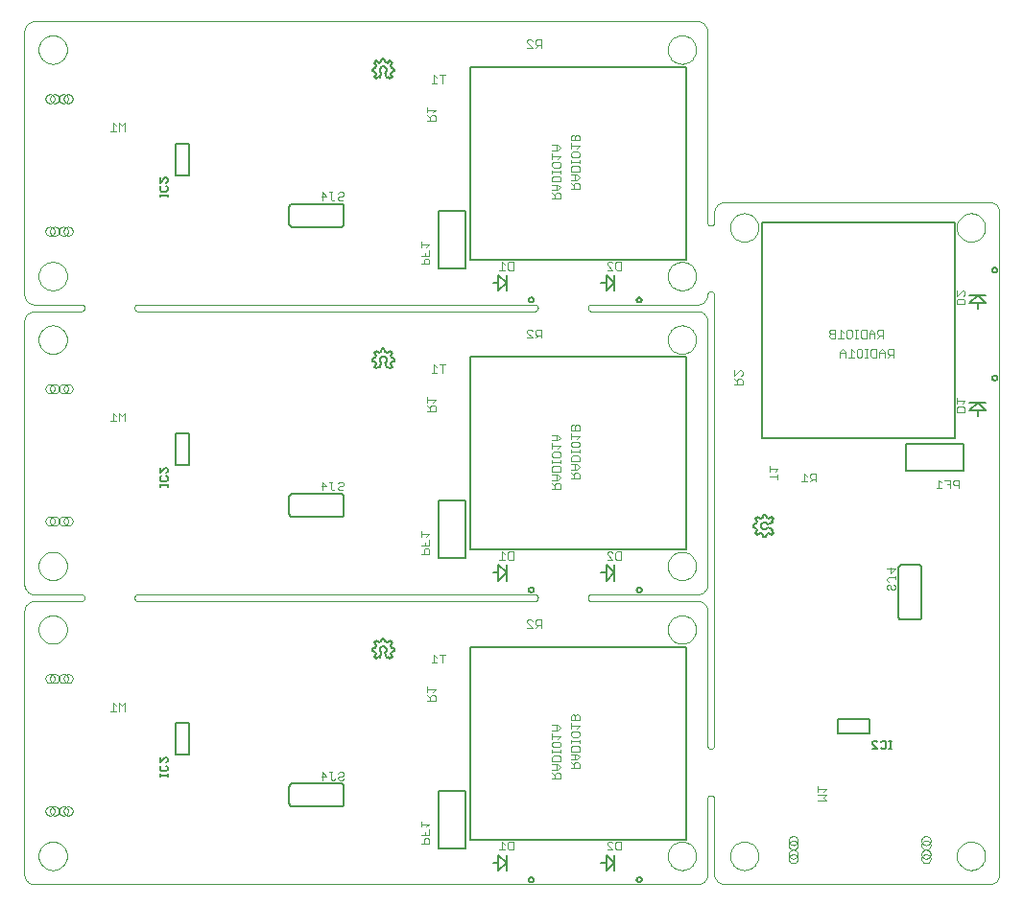
<source format=gbo>
G75*
%MOIN*%
%OFA0B0*%
%FSLAX24Y24*%
%IPPOS*%
%LPD*%
%AMOC8*
5,1,8,0,0,1.08239X$1,22.5*
%
%ADD10C,0.0000*%
%ADD11C,0.0030*%
%ADD12C,0.0050*%
%ADD13C,0.0080*%
%ADD14C,0.0060*%
D10*
X006274Y005880D02*
X029286Y005880D01*
X029285Y005879D02*
X029322Y005885D01*
X029358Y005895D01*
X029393Y005909D01*
X029426Y005926D01*
X029458Y005946D01*
X029486Y005970D01*
X029513Y005997D01*
X029536Y006026D01*
X029556Y006057D01*
X029573Y006091D01*
X029586Y006126D01*
X029596Y006162D01*
X029601Y006199D01*
X029603Y006236D01*
X029601Y006273D01*
X029601Y006274D02*
X029601Y008853D01*
X029603Y008873D01*
X029608Y008893D01*
X029617Y008912D01*
X029629Y008929D01*
X029643Y008943D01*
X029660Y008955D01*
X029679Y008964D01*
X029699Y008969D01*
X029719Y008971D01*
X029739Y008969D01*
X029759Y008964D01*
X029778Y008955D01*
X029795Y008943D01*
X029809Y008929D01*
X029821Y008912D01*
X029830Y008893D01*
X029835Y008873D01*
X029837Y008853D01*
X029837Y006195D01*
X029846Y006158D01*
X029858Y006122D01*
X029874Y006087D01*
X029893Y006053D01*
X029915Y006022D01*
X029940Y005993D01*
X029968Y005967D01*
X029998Y005944D01*
X030031Y005924D01*
X030065Y005907D01*
X030101Y005893D01*
X030138Y005883D01*
X030176Y005877D01*
X030214Y005874D01*
X030252Y005875D01*
X030290Y005880D01*
X039423Y005880D01*
X039423Y005879D02*
X039460Y005885D01*
X039496Y005895D01*
X039531Y005909D01*
X039564Y005926D01*
X039596Y005946D01*
X039624Y005970D01*
X039651Y005997D01*
X039674Y006026D01*
X039694Y006057D01*
X039711Y006091D01*
X039724Y006126D01*
X039734Y006162D01*
X039739Y006199D01*
X039741Y006236D01*
X039739Y006273D01*
X039738Y006274D02*
X039738Y029286D01*
X039739Y029285D02*
X039733Y029322D01*
X039723Y029358D01*
X039709Y029393D01*
X039692Y029426D01*
X039672Y029458D01*
X039648Y029486D01*
X039621Y029513D01*
X039592Y029536D01*
X039561Y029556D01*
X039527Y029573D01*
X039492Y029586D01*
X039456Y029596D01*
X039419Y029601D01*
X039382Y029603D01*
X039345Y029601D01*
X030211Y029601D01*
X030174Y029598D01*
X030136Y029592D01*
X030100Y029581D01*
X030065Y029568D01*
X030031Y029551D01*
X030000Y029531D01*
X029970Y029507D01*
X029943Y029481D01*
X029918Y029453D01*
X029896Y029422D01*
X029878Y029389D01*
X029863Y029355D01*
X029851Y029319D01*
X029843Y029282D01*
X029838Y029245D01*
X029837Y029207D01*
X029837Y028892D01*
X029835Y028872D01*
X029830Y028852D01*
X029821Y028833D01*
X029809Y028816D01*
X029795Y028802D01*
X029778Y028790D01*
X029759Y028781D01*
X029739Y028776D01*
X029719Y028774D01*
X029699Y028776D01*
X029679Y028781D01*
X029660Y028790D01*
X029643Y028802D01*
X029629Y028816D01*
X029617Y028833D01*
X029608Y028852D01*
X029603Y028872D01*
X029601Y028892D01*
X029601Y035565D01*
X029595Y035602D01*
X029585Y035638D01*
X029571Y035673D01*
X029554Y035706D01*
X029534Y035738D01*
X029510Y035766D01*
X029483Y035793D01*
X029454Y035816D01*
X029423Y035836D01*
X029389Y035853D01*
X029354Y035866D01*
X029318Y035876D01*
X029281Y035881D01*
X029244Y035883D01*
X029207Y035881D01*
X029207Y035880D02*
X006195Y035880D01*
X006195Y035881D02*
X006158Y035875D01*
X006122Y035865D01*
X006087Y035851D01*
X006054Y035834D01*
X006022Y035814D01*
X005994Y035790D01*
X005967Y035763D01*
X005944Y035734D01*
X005924Y035703D01*
X005907Y035669D01*
X005894Y035634D01*
X005884Y035598D01*
X005879Y035561D01*
X005877Y035524D01*
X005879Y035487D01*
X005880Y035486D02*
X005880Y026353D01*
X005879Y026353D02*
X005885Y026318D01*
X005894Y026284D01*
X005906Y026251D01*
X005921Y026220D01*
X005940Y026190D01*
X005961Y026162D01*
X005985Y026136D01*
X006011Y026113D01*
X006039Y026093D01*
X006070Y026075D01*
X006102Y026060D01*
X006135Y026049D01*
X006169Y026041D01*
X006203Y026036D01*
X006238Y026035D01*
X006273Y026037D01*
X006274Y026038D02*
X007849Y026038D01*
X007869Y026036D01*
X007889Y026031D01*
X007908Y026022D01*
X007925Y026010D01*
X007939Y025996D01*
X007951Y025979D01*
X007960Y025960D01*
X007965Y025940D01*
X007967Y025920D01*
X007965Y025900D01*
X007960Y025880D01*
X007951Y025861D01*
X007939Y025844D01*
X007925Y025830D01*
X007908Y025818D01*
X007889Y025809D01*
X007869Y025804D01*
X007849Y025802D01*
X007849Y025801D02*
X006195Y025801D01*
X006195Y025802D02*
X006158Y025796D01*
X006122Y025786D01*
X006087Y025772D01*
X006054Y025755D01*
X006022Y025735D01*
X005994Y025711D01*
X005967Y025684D01*
X005944Y025655D01*
X005924Y025624D01*
X005907Y025590D01*
X005894Y025555D01*
X005884Y025519D01*
X005879Y025482D01*
X005877Y025445D01*
X005879Y025408D01*
X005880Y025408D02*
X005880Y016274D01*
X005879Y016274D02*
X005885Y016239D01*
X005894Y016205D01*
X005906Y016172D01*
X005921Y016141D01*
X005940Y016111D01*
X005961Y016083D01*
X005985Y016057D01*
X006011Y016034D01*
X006039Y016014D01*
X006070Y015996D01*
X006102Y015981D01*
X006135Y015970D01*
X006169Y015962D01*
X006203Y015957D01*
X006238Y015956D01*
X006273Y015958D01*
X006274Y015959D02*
X007849Y015959D01*
X007869Y015957D01*
X007889Y015952D01*
X007908Y015943D01*
X007925Y015931D01*
X007939Y015917D01*
X007951Y015900D01*
X007960Y015881D01*
X007965Y015861D01*
X007967Y015841D01*
X007965Y015821D01*
X007960Y015801D01*
X007951Y015782D01*
X007939Y015765D01*
X007925Y015751D01*
X007908Y015739D01*
X007889Y015730D01*
X007869Y015725D01*
X007849Y015723D01*
X006195Y015723D01*
X006158Y015717D01*
X006122Y015707D01*
X006087Y015693D01*
X006054Y015676D01*
X006022Y015656D01*
X005994Y015632D01*
X005967Y015605D01*
X005944Y015576D01*
X005924Y015545D01*
X005907Y015511D01*
X005894Y015476D01*
X005884Y015440D01*
X005879Y015403D01*
X005877Y015366D01*
X005879Y015329D01*
X005880Y015329D02*
X005880Y006195D01*
X005879Y006195D02*
X005885Y006160D01*
X005894Y006126D01*
X005906Y006093D01*
X005921Y006062D01*
X005940Y006032D01*
X005961Y006004D01*
X005985Y005978D01*
X006011Y005955D01*
X006039Y005935D01*
X006070Y005917D01*
X006102Y005902D01*
X006135Y005891D01*
X006169Y005883D01*
X006203Y005878D01*
X006238Y005877D01*
X006273Y005879D01*
X006372Y006864D02*
X006374Y006908D01*
X006380Y006952D01*
X006390Y006995D01*
X006403Y007037D01*
X006421Y007077D01*
X006442Y007116D01*
X006466Y007153D01*
X006493Y007188D01*
X006524Y007220D01*
X006557Y007249D01*
X006593Y007275D01*
X006631Y007297D01*
X006671Y007316D01*
X006712Y007332D01*
X006755Y007344D01*
X006798Y007352D01*
X006842Y007356D01*
X006886Y007356D01*
X006930Y007352D01*
X006973Y007344D01*
X007016Y007332D01*
X007057Y007316D01*
X007097Y007297D01*
X007135Y007275D01*
X007171Y007249D01*
X007204Y007220D01*
X007235Y007188D01*
X007262Y007153D01*
X007286Y007116D01*
X007307Y007077D01*
X007325Y007037D01*
X007338Y006995D01*
X007348Y006952D01*
X007354Y006908D01*
X007356Y006864D01*
X007354Y006820D01*
X007348Y006776D01*
X007338Y006733D01*
X007325Y006691D01*
X007307Y006651D01*
X007286Y006612D01*
X007262Y006575D01*
X007235Y006540D01*
X007204Y006508D01*
X007171Y006479D01*
X007135Y006453D01*
X007097Y006431D01*
X007057Y006412D01*
X007016Y006396D01*
X006973Y006384D01*
X006930Y006376D01*
X006886Y006372D01*
X006842Y006372D01*
X006798Y006376D01*
X006755Y006384D01*
X006712Y006396D01*
X006671Y006412D01*
X006631Y006431D01*
X006593Y006453D01*
X006557Y006479D01*
X006524Y006508D01*
X006493Y006540D01*
X006466Y006575D01*
X006442Y006612D01*
X006421Y006651D01*
X006403Y006691D01*
X006390Y006733D01*
X006380Y006776D01*
X006374Y006820D01*
X006372Y006864D01*
X006609Y008427D02*
X006611Y008452D01*
X006617Y008476D01*
X006626Y008498D01*
X006639Y008519D01*
X006655Y008538D01*
X006674Y008554D01*
X006695Y008567D01*
X006717Y008576D01*
X006741Y008582D01*
X006766Y008584D01*
X006791Y008582D01*
X006815Y008576D01*
X006837Y008567D01*
X006858Y008554D01*
X006877Y008538D01*
X006893Y008519D01*
X006906Y008498D01*
X006915Y008476D01*
X006921Y008452D01*
X006923Y008427D01*
X006921Y008402D01*
X006915Y008378D01*
X006906Y008356D01*
X006893Y008335D01*
X006877Y008316D01*
X006858Y008300D01*
X006837Y008287D01*
X006815Y008278D01*
X006791Y008272D01*
X006766Y008270D01*
X006741Y008272D01*
X006717Y008278D01*
X006695Y008287D01*
X006674Y008300D01*
X006655Y008316D01*
X006639Y008335D01*
X006626Y008356D01*
X006617Y008378D01*
X006611Y008402D01*
X006609Y008427D01*
X006766Y008427D02*
X006768Y008452D01*
X006774Y008476D01*
X006783Y008498D01*
X006796Y008519D01*
X006812Y008538D01*
X006831Y008554D01*
X006852Y008567D01*
X006874Y008576D01*
X006898Y008582D01*
X006923Y008584D01*
X006948Y008582D01*
X006972Y008576D01*
X006994Y008567D01*
X007015Y008554D01*
X007034Y008538D01*
X007050Y008519D01*
X007063Y008498D01*
X007072Y008476D01*
X007078Y008452D01*
X007080Y008427D01*
X007078Y008402D01*
X007072Y008378D01*
X007063Y008356D01*
X007050Y008335D01*
X007034Y008316D01*
X007015Y008300D01*
X006994Y008287D01*
X006972Y008278D01*
X006948Y008272D01*
X006923Y008270D01*
X006898Y008272D01*
X006874Y008278D01*
X006852Y008287D01*
X006831Y008300D01*
X006812Y008316D01*
X006796Y008335D01*
X006783Y008356D01*
X006774Y008378D01*
X006768Y008402D01*
X006766Y008427D01*
X007081Y008427D02*
X007083Y008452D01*
X007089Y008476D01*
X007098Y008498D01*
X007111Y008519D01*
X007127Y008538D01*
X007146Y008554D01*
X007167Y008567D01*
X007189Y008576D01*
X007213Y008582D01*
X007238Y008584D01*
X007263Y008582D01*
X007287Y008576D01*
X007309Y008567D01*
X007330Y008554D01*
X007349Y008538D01*
X007365Y008519D01*
X007378Y008498D01*
X007387Y008476D01*
X007393Y008452D01*
X007395Y008427D01*
X007393Y008402D01*
X007387Y008378D01*
X007378Y008356D01*
X007365Y008335D01*
X007349Y008316D01*
X007330Y008300D01*
X007309Y008287D01*
X007287Y008278D01*
X007263Y008272D01*
X007238Y008270D01*
X007213Y008272D01*
X007189Y008278D01*
X007167Y008287D01*
X007146Y008300D01*
X007127Y008316D01*
X007111Y008335D01*
X007098Y008356D01*
X007089Y008378D01*
X007083Y008402D01*
X007081Y008427D01*
X007239Y008427D02*
X007241Y008452D01*
X007247Y008476D01*
X007256Y008498D01*
X007269Y008519D01*
X007285Y008538D01*
X007304Y008554D01*
X007325Y008567D01*
X007347Y008576D01*
X007371Y008582D01*
X007396Y008584D01*
X007421Y008582D01*
X007445Y008576D01*
X007467Y008567D01*
X007488Y008554D01*
X007507Y008538D01*
X007523Y008519D01*
X007536Y008498D01*
X007545Y008476D01*
X007551Y008452D01*
X007553Y008427D01*
X007551Y008402D01*
X007545Y008378D01*
X007536Y008356D01*
X007523Y008335D01*
X007507Y008316D01*
X007488Y008300D01*
X007467Y008287D01*
X007445Y008278D01*
X007421Y008272D01*
X007396Y008270D01*
X007371Y008272D01*
X007347Y008278D01*
X007325Y008287D01*
X007304Y008300D01*
X007285Y008316D01*
X007269Y008335D01*
X007256Y008356D01*
X007247Y008378D01*
X007241Y008402D01*
X007239Y008427D01*
X007081Y013033D02*
X007083Y013058D01*
X007089Y013082D01*
X007098Y013104D01*
X007111Y013125D01*
X007127Y013144D01*
X007146Y013160D01*
X007167Y013173D01*
X007189Y013182D01*
X007213Y013188D01*
X007238Y013190D01*
X007263Y013188D01*
X007287Y013182D01*
X007309Y013173D01*
X007330Y013160D01*
X007349Y013144D01*
X007365Y013125D01*
X007378Y013104D01*
X007387Y013082D01*
X007393Y013058D01*
X007395Y013033D01*
X007393Y013008D01*
X007387Y012984D01*
X007378Y012962D01*
X007365Y012941D01*
X007349Y012922D01*
X007330Y012906D01*
X007309Y012893D01*
X007287Y012884D01*
X007263Y012878D01*
X007238Y012876D01*
X007213Y012878D01*
X007189Y012884D01*
X007167Y012893D01*
X007146Y012906D01*
X007127Y012922D01*
X007111Y012941D01*
X007098Y012962D01*
X007089Y012984D01*
X007083Y013008D01*
X007081Y013033D01*
X006766Y013033D02*
X006768Y013058D01*
X006774Y013082D01*
X006783Y013104D01*
X006796Y013125D01*
X006812Y013144D01*
X006831Y013160D01*
X006852Y013173D01*
X006874Y013182D01*
X006898Y013188D01*
X006923Y013190D01*
X006948Y013188D01*
X006972Y013182D01*
X006994Y013173D01*
X007015Y013160D01*
X007034Y013144D01*
X007050Y013125D01*
X007063Y013104D01*
X007072Y013082D01*
X007078Y013058D01*
X007080Y013033D01*
X007078Y013008D01*
X007072Y012984D01*
X007063Y012962D01*
X007050Y012941D01*
X007034Y012922D01*
X007015Y012906D01*
X006994Y012893D01*
X006972Y012884D01*
X006948Y012878D01*
X006923Y012876D01*
X006898Y012878D01*
X006874Y012884D01*
X006852Y012893D01*
X006831Y012906D01*
X006812Y012922D01*
X006796Y012941D01*
X006783Y012962D01*
X006774Y012984D01*
X006768Y013008D01*
X006766Y013033D01*
X006609Y013033D02*
X006611Y013058D01*
X006617Y013082D01*
X006626Y013104D01*
X006639Y013125D01*
X006655Y013144D01*
X006674Y013160D01*
X006695Y013173D01*
X006717Y013182D01*
X006741Y013188D01*
X006766Y013190D01*
X006791Y013188D01*
X006815Y013182D01*
X006837Y013173D01*
X006858Y013160D01*
X006877Y013144D01*
X006893Y013125D01*
X006906Y013104D01*
X006915Y013082D01*
X006921Y013058D01*
X006923Y013033D01*
X006921Y013008D01*
X006915Y012984D01*
X006906Y012962D01*
X006893Y012941D01*
X006877Y012922D01*
X006858Y012906D01*
X006837Y012893D01*
X006815Y012884D01*
X006791Y012878D01*
X006766Y012876D01*
X006741Y012878D01*
X006717Y012884D01*
X006695Y012893D01*
X006674Y012906D01*
X006655Y012922D01*
X006639Y012941D01*
X006626Y012962D01*
X006617Y012984D01*
X006611Y013008D01*
X006609Y013033D01*
X007239Y013033D02*
X007241Y013058D01*
X007247Y013082D01*
X007256Y013104D01*
X007269Y013125D01*
X007285Y013144D01*
X007304Y013160D01*
X007325Y013173D01*
X007347Y013182D01*
X007371Y013188D01*
X007396Y013190D01*
X007421Y013188D01*
X007445Y013182D01*
X007467Y013173D01*
X007488Y013160D01*
X007507Y013144D01*
X007523Y013125D01*
X007536Y013104D01*
X007545Y013082D01*
X007551Y013058D01*
X007553Y013033D01*
X007551Y013008D01*
X007545Y012984D01*
X007536Y012962D01*
X007523Y012941D01*
X007507Y012922D01*
X007488Y012906D01*
X007467Y012893D01*
X007445Y012884D01*
X007421Y012878D01*
X007396Y012876D01*
X007371Y012878D01*
X007347Y012884D01*
X007325Y012893D01*
X007304Y012906D01*
X007285Y012922D01*
X007269Y012941D01*
X007256Y012962D01*
X007247Y012984D01*
X007241Y013008D01*
X007239Y013033D01*
X006372Y014738D02*
X006374Y014782D01*
X006380Y014826D01*
X006390Y014869D01*
X006403Y014911D01*
X006421Y014951D01*
X006442Y014990D01*
X006466Y015027D01*
X006493Y015062D01*
X006524Y015094D01*
X006557Y015123D01*
X006593Y015149D01*
X006631Y015171D01*
X006671Y015190D01*
X006712Y015206D01*
X006755Y015218D01*
X006798Y015226D01*
X006842Y015230D01*
X006886Y015230D01*
X006930Y015226D01*
X006973Y015218D01*
X007016Y015206D01*
X007057Y015190D01*
X007097Y015171D01*
X007135Y015149D01*
X007171Y015123D01*
X007204Y015094D01*
X007235Y015062D01*
X007262Y015027D01*
X007286Y014990D01*
X007307Y014951D01*
X007325Y014911D01*
X007338Y014869D01*
X007348Y014826D01*
X007354Y014782D01*
X007356Y014738D01*
X007354Y014694D01*
X007348Y014650D01*
X007338Y014607D01*
X007325Y014565D01*
X007307Y014525D01*
X007286Y014486D01*
X007262Y014449D01*
X007235Y014414D01*
X007204Y014382D01*
X007171Y014353D01*
X007135Y014327D01*
X007097Y014305D01*
X007057Y014286D01*
X007016Y014270D01*
X006973Y014258D01*
X006930Y014250D01*
X006886Y014246D01*
X006842Y014246D01*
X006798Y014250D01*
X006755Y014258D01*
X006712Y014270D01*
X006671Y014286D01*
X006631Y014305D01*
X006593Y014327D01*
X006557Y014353D01*
X006524Y014382D01*
X006493Y014414D01*
X006466Y014449D01*
X006442Y014486D01*
X006421Y014525D01*
X006403Y014565D01*
X006390Y014607D01*
X006380Y014650D01*
X006374Y014694D01*
X006372Y014738D01*
X006372Y016943D02*
X006374Y016987D01*
X006380Y017031D01*
X006390Y017074D01*
X006403Y017116D01*
X006421Y017156D01*
X006442Y017195D01*
X006466Y017232D01*
X006493Y017267D01*
X006524Y017299D01*
X006557Y017328D01*
X006593Y017354D01*
X006631Y017376D01*
X006671Y017395D01*
X006712Y017411D01*
X006755Y017423D01*
X006798Y017431D01*
X006842Y017435D01*
X006886Y017435D01*
X006930Y017431D01*
X006973Y017423D01*
X007016Y017411D01*
X007057Y017395D01*
X007097Y017376D01*
X007135Y017354D01*
X007171Y017328D01*
X007204Y017299D01*
X007235Y017267D01*
X007262Y017232D01*
X007286Y017195D01*
X007307Y017156D01*
X007325Y017116D01*
X007338Y017074D01*
X007348Y017031D01*
X007354Y016987D01*
X007356Y016943D01*
X007354Y016899D01*
X007348Y016855D01*
X007338Y016812D01*
X007325Y016770D01*
X007307Y016730D01*
X007286Y016691D01*
X007262Y016654D01*
X007235Y016619D01*
X007204Y016587D01*
X007171Y016558D01*
X007135Y016532D01*
X007097Y016510D01*
X007057Y016491D01*
X007016Y016475D01*
X006973Y016463D01*
X006930Y016455D01*
X006886Y016451D01*
X006842Y016451D01*
X006798Y016455D01*
X006755Y016463D01*
X006712Y016475D01*
X006671Y016491D01*
X006631Y016510D01*
X006593Y016532D01*
X006557Y016558D01*
X006524Y016587D01*
X006493Y016619D01*
X006466Y016654D01*
X006442Y016691D01*
X006421Y016730D01*
X006403Y016770D01*
X006390Y016812D01*
X006380Y016855D01*
X006374Y016899D01*
X006372Y016943D01*
X006609Y018506D02*
X006611Y018531D01*
X006617Y018555D01*
X006626Y018577D01*
X006639Y018598D01*
X006655Y018617D01*
X006674Y018633D01*
X006695Y018646D01*
X006717Y018655D01*
X006741Y018661D01*
X006766Y018663D01*
X006791Y018661D01*
X006815Y018655D01*
X006837Y018646D01*
X006858Y018633D01*
X006877Y018617D01*
X006893Y018598D01*
X006906Y018577D01*
X006915Y018555D01*
X006921Y018531D01*
X006923Y018506D01*
X006921Y018481D01*
X006915Y018457D01*
X006906Y018435D01*
X006893Y018414D01*
X006877Y018395D01*
X006858Y018379D01*
X006837Y018366D01*
X006815Y018357D01*
X006791Y018351D01*
X006766Y018349D01*
X006741Y018351D01*
X006717Y018357D01*
X006695Y018366D01*
X006674Y018379D01*
X006655Y018395D01*
X006639Y018414D01*
X006626Y018435D01*
X006617Y018457D01*
X006611Y018481D01*
X006609Y018506D01*
X006766Y018506D02*
X006768Y018531D01*
X006774Y018555D01*
X006783Y018577D01*
X006796Y018598D01*
X006812Y018617D01*
X006831Y018633D01*
X006852Y018646D01*
X006874Y018655D01*
X006898Y018661D01*
X006923Y018663D01*
X006948Y018661D01*
X006972Y018655D01*
X006994Y018646D01*
X007015Y018633D01*
X007034Y018617D01*
X007050Y018598D01*
X007063Y018577D01*
X007072Y018555D01*
X007078Y018531D01*
X007080Y018506D01*
X007078Y018481D01*
X007072Y018457D01*
X007063Y018435D01*
X007050Y018414D01*
X007034Y018395D01*
X007015Y018379D01*
X006994Y018366D01*
X006972Y018357D01*
X006948Y018351D01*
X006923Y018349D01*
X006898Y018351D01*
X006874Y018357D01*
X006852Y018366D01*
X006831Y018379D01*
X006812Y018395D01*
X006796Y018414D01*
X006783Y018435D01*
X006774Y018457D01*
X006768Y018481D01*
X006766Y018506D01*
X007081Y018506D02*
X007083Y018531D01*
X007089Y018555D01*
X007098Y018577D01*
X007111Y018598D01*
X007127Y018617D01*
X007146Y018633D01*
X007167Y018646D01*
X007189Y018655D01*
X007213Y018661D01*
X007238Y018663D01*
X007263Y018661D01*
X007287Y018655D01*
X007309Y018646D01*
X007330Y018633D01*
X007349Y018617D01*
X007365Y018598D01*
X007378Y018577D01*
X007387Y018555D01*
X007393Y018531D01*
X007395Y018506D01*
X007393Y018481D01*
X007387Y018457D01*
X007378Y018435D01*
X007365Y018414D01*
X007349Y018395D01*
X007330Y018379D01*
X007309Y018366D01*
X007287Y018357D01*
X007263Y018351D01*
X007238Y018349D01*
X007213Y018351D01*
X007189Y018357D01*
X007167Y018366D01*
X007146Y018379D01*
X007127Y018395D01*
X007111Y018414D01*
X007098Y018435D01*
X007089Y018457D01*
X007083Y018481D01*
X007081Y018506D01*
X007239Y018506D02*
X007241Y018531D01*
X007247Y018555D01*
X007256Y018577D01*
X007269Y018598D01*
X007285Y018617D01*
X007304Y018633D01*
X007325Y018646D01*
X007347Y018655D01*
X007371Y018661D01*
X007396Y018663D01*
X007421Y018661D01*
X007445Y018655D01*
X007467Y018646D01*
X007488Y018633D01*
X007507Y018617D01*
X007523Y018598D01*
X007536Y018577D01*
X007545Y018555D01*
X007551Y018531D01*
X007553Y018506D01*
X007551Y018481D01*
X007545Y018457D01*
X007536Y018435D01*
X007523Y018414D01*
X007507Y018395D01*
X007488Y018379D01*
X007467Y018366D01*
X007445Y018357D01*
X007421Y018351D01*
X007396Y018349D01*
X007371Y018351D01*
X007347Y018357D01*
X007325Y018366D01*
X007304Y018379D01*
X007285Y018395D01*
X007269Y018414D01*
X007256Y018435D01*
X007247Y018457D01*
X007241Y018481D01*
X007239Y018506D01*
X009817Y015959D02*
X023597Y015959D01*
X023617Y015957D01*
X023637Y015952D01*
X023656Y015943D01*
X023673Y015931D01*
X023687Y015917D01*
X023699Y015900D01*
X023708Y015881D01*
X023713Y015861D01*
X023715Y015841D01*
X023713Y015821D01*
X023708Y015801D01*
X023699Y015782D01*
X023687Y015765D01*
X023673Y015751D01*
X023656Y015739D01*
X023637Y015730D01*
X023617Y015725D01*
X023597Y015723D01*
X009817Y015723D01*
X009797Y015725D01*
X009777Y015730D01*
X009758Y015739D01*
X009741Y015751D01*
X009727Y015765D01*
X009715Y015782D01*
X009706Y015801D01*
X009701Y015821D01*
X009699Y015841D01*
X009701Y015861D01*
X009706Y015881D01*
X009715Y015900D01*
X009727Y015917D01*
X009741Y015931D01*
X009758Y015943D01*
X009777Y015952D01*
X009797Y015957D01*
X009817Y015959D01*
X007239Y023112D02*
X007241Y023137D01*
X007247Y023161D01*
X007256Y023183D01*
X007269Y023204D01*
X007285Y023223D01*
X007304Y023239D01*
X007325Y023252D01*
X007347Y023261D01*
X007371Y023267D01*
X007396Y023269D01*
X007421Y023267D01*
X007445Y023261D01*
X007467Y023252D01*
X007488Y023239D01*
X007507Y023223D01*
X007523Y023204D01*
X007536Y023183D01*
X007545Y023161D01*
X007551Y023137D01*
X007553Y023112D01*
X007551Y023087D01*
X007545Y023063D01*
X007536Y023041D01*
X007523Y023020D01*
X007507Y023001D01*
X007488Y022985D01*
X007467Y022972D01*
X007445Y022963D01*
X007421Y022957D01*
X007396Y022955D01*
X007371Y022957D01*
X007347Y022963D01*
X007325Y022972D01*
X007304Y022985D01*
X007285Y023001D01*
X007269Y023020D01*
X007256Y023041D01*
X007247Y023063D01*
X007241Y023087D01*
X007239Y023112D01*
X007081Y023112D02*
X007083Y023137D01*
X007089Y023161D01*
X007098Y023183D01*
X007111Y023204D01*
X007127Y023223D01*
X007146Y023239D01*
X007167Y023252D01*
X007189Y023261D01*
X007213Y023267D01*
X007238Y023269D01*
X007263Y023267D01*
X007287Y023261D01*
X007309Y023252D01*
X007330Y023239D01*
X007349Y023223D01*
X007365Y023204D01*
X007378Y023183D01*
X007387Y023161D01*
X007393Y023137D01*
X007395Y023112D01*
X007393Y023087D01*
X007387Y023063D01*
X007378Y023041D01*
X007365Y023020D01*
X007349Y023001D01*
X007330Y022985D01*
X007309Y022972D01*
X007287Y022963D01*
X007263Y022957D01*
X007238Y022955D01*
X007213Y022957D01*
X007189Y022963D01*
X007167Y022972D01*
X007146Y022985D01*
X007127Y023001D01*
X007111Y023020D01*
X007098Y023041D01*
X007089Y023063D01*
X007083Y023087D01*
X007081Y023112D01*
X006766Y023112D02*
X006768Y023137D01*
X006774Y023161D01*
X006783Y023183D01*
X006796Y023204D01*
X006812Y023223D01*
X006831Y023239D01*
X006852Y023252D01*
X006874Y023261D01*
X006898Y023267D01*
X006923Y023269D01*
X006948Y023267D01*
X006972Y023261D01*
X006994Y023252D01*
X007015Y023239D01*
X007034Y023223D01*
X007050Y023204D01*
X007063Y023183D01*
X007072Y023161D01*
X007078Y023137D01*
X007080Y023112D01*
X007078Y023087D01*
X007072Y023063D01*
X007063Y023041D01*
X007050Y023020D01*
X007034Y023001D01*
X007015Y022985D01*
X006994Y022972D01*
X006972Y022963D01*
X006948Y022957D01*
X006923Y022955D01*
X006898Y022957D01*
X006874Y022963D01*
X006852Y022972D01*
X006831Y022985D01*
X006812Y023001D01*
X006796Y023020D01*
X006783Y023041D01*
X006774Y023063D01*
X006768Y023087D01*
X006766Y023112D01*
X006609Y023112D02*
X006611Y023137D01*
X006617Y023161D01*
X006626Y023183D01*
X006639Y023204D01*
X006655Y023223D01*
X006674Y023239D01*
X006695Y023252D01*
X006717Y023261D01*
X006741Y023267D01*
X006766Y023269D01*
X006791Y023267D01*
X006815Y023261D01*
X006837Y023252D01*
X006858Y023239D01*
X006877Y023223D01*
X006893Y023204D01*
X006906Y023183D01*
X006915Y023161D01*
X006921Y023137D01*
X006923Y023112D01*
X006921Y023087D01*
X006915Y023063D01*
X006906Y023041D01*
X006893Y023020D01*
X006877Y023001D01*
X006858Y022985D01*
X006837Y022972D01*
X006815Y022963D01*
X006791Y022957D01*
X006766Y022955D01*
X006741Y022957D01*
X006717Y022963D01*
X006695Y022972D01*
X006674Y022985D01*
X006655Y023001D01*
X006639Y023020D01*
X006626Y023041D01*
X006617Y023063D01*
X006611Y023087D01*
X006609Y023112D01*
X006372Y024817D02*
X006374Y024861D01*
X006380Y024905D01*
X006390Y024948D01*
X006403Y024990D01*
X006421Y025030D01*
X006442Y025069D01*
X006466Y025106D01*
X006493Y025141D01*
X006524Y025173D01*
X006557Y025202D01*
X006593Y025228D01*
X006631Y025250D01*
X006671Y025269D01*
X006712Y025285D01*
X006755Y025297D01*
X006798Y025305D01*
X006842Y025309D01*
X006886Y025309D01*
X006930Y025305D01*
X006973Y025297D01*
X007016Y025285D01*
X007057Y025269D01*
X007097Y025250D01*
X007135Y025228D01*
X007171Y025202D01*
X007204Y025173D01*
X007235Y025141D01*
X007262Y025106D01*
X007286Y025069D01*
X007307Y025030D01*
X007325Y024990D01*
X007338Y024948D01*
X007348Y024905D01*
X007354Y024861D01*
X007356Y024817D01*
X007354Y024773D01*
X007348Y024729D01*
X007338Y024686D01*
X007325Y024644D01*
X007307Y024604D01*
X007286Y024565D01*
X007262Y024528D01*
X007235Y024493D01*
X007204Y024461D01*
X007171Y024432D01*
X007135Y024406D01*
X007097Y024384D01*
X007057Y024365D01*
X007016Y024349D01*
X006973Y024337D01*
X006930Y024329D01*
X006886Y024325D01*
X006842Y024325D01*
X006798Y024329D01*
X006755Y024337D01*
X006712Y024349D01*
X006671Y024365D01*
X006631Y024384D01*
X006593Y024406D01*
X006557Y024432D01*
X006524Y024461D01*
X006493Y024493D01*
X006466Y024528D01*
X006442Y024565D01*
X006421Y024604D01*
X006403Y024644D01*
X006390Y024686D01*
X006380Y024729D01*
X006374Y024773D01*
X006372Y024817D01*
X006372Y027022D02*
X006374Y027066D01*
X006380Y027110D01*
X006390Y027153D01*
X006403Y027195D01*
X006421Y027235D01*
X006442Y027274D01*
X006466Y027311D01*
X006493Y027346D01*
X006524Y027378D01*
X006557Y027407D01*
X006593Y027433D01*
X006631Y027455D01*
X006671Y027474D01*
X006712Y027490D01*
X006755Y027502D01*
X006798Y027510D01*
X006842Y027514D01*
X006886Y027514D01*
X006930Y027510D01*
X006973Y027502D01*
X007016Y027490D01*
X007057Y027474D01*
X007097Y027455D01*
X007135Y027433D01*
X007171Y027407D01*
X007204Y027378D01*
X007235Y027346D01*
X007262Y027311D01*
X007286Y027274D01*
X007307Y027235D01*
X007325Y027195D01*
X007338Y027153D01*
X007348Y027110D01*
X007354Y027066D01*
X007356Y027022D01*
X007354Y026978D01*
X007348Y026934D01*
X007338Y026891D01*
X007325Y026849D01*
X007307Y026809D01*
X007286Y026770D01*
X007262Y026733D01*
X007235Y026698D01*
X007204Y026666D01*
X007171Y026637D01*
X007135Y026611D01*
X007097Y026589D01*
X007057Y026570D01*
X007016Y026554D01*
X006973Y026542D01*
X006930Y026534D01*
X006886Y026530D01*
X006842Y026530D01*
X006798Y026534D01*
X006755Y026542D01*
X006712Y026554D01*
X006671Y026570D01*
X006631Y026589D01*
X006593Y026611D01*
X006557Y026637D01*
X006524Y026666D01*
X006493Y026698D01*
X006466Y026733D01*
X006442Y026770D01*
X006421Y026809D01*
X006403Y026849D01*
X006390Y026891D01*
X006380Y026934D01*
X006374Y026978D01*
X006372Y027022D01*
X006609Y028584D02*
X006611Y028609D01*
X006617Y028633D01*
X006626Y028655D01*
X006639Y028676D01*
X006655Y028695D01*
X006674Y028711D01*
X006695Y028724D01*
X006717Y028733D01*
X006741Y028739D01*
X006766Y028741D01*
X006791Y028739D01*
X006815Y028733D01*
X006837Y028724D01*
X006858Y028711D01*
X006877Y028695D01*
X006893Y028676D01*
X006906Y028655D01*
X006915Y028633D01*
X006921Y028609D01*
X006923Y028584D01*
X006921Y028559D01*
X006915Y028535D01*
X006906Y028513D01*
X006893Y028492D01*
X006877Y028473D01*
X006858Y028457D01*
X006837Y028444D01*
X006815Y028435D01*
X006791Y028429D01*
X006766Y028427D01*
X006741Y028429D01*
X006717Y028435D01*
X006695Y028444D01*
X006674Y028457D01*
X006655Y028473D01*
X006639Y028492D01*
X006626Y028513D01*
X006617Y028535D01*
X006611Y028559D01*
X006609Y028584D01*
X006766Y028584D02*
X006768Y028609D01*
X006774Y028633D01*
X006783Y028655D01*
X006796Y028676D01*
X006812Y028695D01*
X006831Y028711D01*
X006852Y028724D01*
X006874Y028733D01*
X006898Y028739D01*
X006923Y028741D01*
X006948Y028739D01*
X006972Y028733D01*
X006994Y028724D01*
X007015Y028711D01*
X007034Y028695D01*
X007050Y028676D01*
X007063Y028655D01*
X007072Y028633D01*
X007078Y028609D01*
X007080Y028584D01*
X007078Y028559D01*
X007072Y028535D01*
X007063Y028513D01*
X007050Y028492D01*
X007034Y028473D01*
X007015Y028457D01*
X006994Y028444D01*
X006972Y028435D01*
X006948Y028429D01*
X006923Y028427D01*
X006898Y028429D01*
X006874Y028435D01*
X006852Y028444D01*
X006831Y028457D01*
X006812Y028473D01*
X006796Y028492D01*
X006783Y028513D01*
X006774Y028535D01*
X006768Y028559D01*
X006766Y028584D01*
X007081Y028584D02*
X007083Y028609D01*
X007089Y028633D01*
X007098Y028655D01*
X007111Y028676D01*
X007127Y028695D01*
X007146Y028711D01*
X007167Y028724D01*
X007189Y028733D01*
X007213Y028739D01*
X007238Y028741D01*
X007263Y028739D01*
X007287Y028733D01*
X007309Y028724D01*
X007330Y028711D01*
X007349Y028695D01*
X007365Y028676D01*
X007378Y028655D01*
X007387Y028633D01*
X007393Y028609D01*
X007395Y028584D01*
X007393Y028559D01*
X007387Y028535D01*
X007378Y028513D01*
X007365Y028492D01*
X007349Y028473D01*
X007330Y028457D01*
X007309Y028444D01*
X007287Y028435D01*
X007263Y028429D01*
X007238Y028427D01*
X007213Y028429D01*
X007189Y028435D01*
X007167Y028444D01*
X007146Y028457D01*
X007127Y028473D01*
X007111Y028492D01*
X007098Y028513D01*
X007089Y028535D01*
X007083Y028559D01*
X007081Y028584D01*
X007239Y028584D02*
X007241Y028609D01*
X007247Y028633D01*
X007256Y028655D01*
X007269Y028676D01*
X007285Y028695D01*
X007304Y028711D01*
X007325Y028724D01*
X007347Y028733D01*
X007371Y028739D01*
X007396Y028741D01*
X007421Y028739D01*
X007445Y028733D01*
X007467Y028724D01*
X007488Y028711D01*
X007507Y028695D01*
X007523Y028676D01*
X007536Y028655D01*
X007545Y028633D01*
X007551Y028609D01*
X007553Y028584D01*
X007551Y028559D01*
X007545Y028535D01*
X007536Y028513D01*
X007523Y028492D01*
X007507Y028473D01*
X007488Y028457D01*
X007467Y028444D01*
X007445Y028435D01*
X007421Y028429D01*
X007396Y028427D01*
X007371Y028429D01*
X007347Y028435D01*
X007325Y028444D01*
X007304Y028457D01*
X007285Y028473D01*
X007269Y028492D01*
X007256Y028513D01*
X007247Y028535D01*
X007241Y028559D01*
X007239Y028584D01*
X009817Y026038D02*
X023597Y026038D01*
X023617Y026036D01*
X023637Y026031D01*
X023656Y026022D01*
X023673Y026010D01*
X023687Y025996D01*
X023699Y025979D01*
X023708Y025960D01*
X023713Y025940D01*
X023715Y025920D01*
X023713Y025900D01*
X023708Y025880D01*
X023699Y025861D01*
X023687Y025844D01*
X023673Y025830D01*
X023656Y025818D01*
X023637Y025809D01*
X023617Y025804D01*
X023597Y025802D01*
X023597Y025801D02*
X009817Y025801D01*
X009817Y025802D02*
X009797Y025804D01*
X009777Y025809D01*
X009758Y025818D01*
X009741Y025830D01*
X009727Y025844D01*
X009715Y025861D01*
X009706Y025880D01*
X009701Y025900D01*
X009699Y025920D01*
X009701Y025940D01*
X009706Y025960D01*
X009715Y025979D01*
X009727Y025996D01*
X009741Y026010D01*
X009758Y026022D01*
X009777Y026031D01*
X009797Y026036D01*
X009817Y026038D01*
X007239Y033191D02*
X007241Y033216D01*
X007247Y033240D01*
X007256Y033262D01*
X007269Y033283D01*
X007285Y033302D01*
X007304Y033318D01*
X007325Y033331D01*
X007347Y033340D01*
X007371Y033346D01*
X007396Y033348D01*
X007421Y033346D01*
X007445Y033340D01*
X007467Y033331D01*
X007488Y033318D01*
X007507Y033302D01*
X007523Y033283D01*
X007536Y033262D01*
X007545Y033240D01*
X007551Y033216D01*
X007553Y033191D01*
X007551Y033166D01*
X007545Y033142D01*
X007536Y033120D01*
X007523Y033099D01*
X007507Y033080D01*
X007488Y033064D01*
X007467Y033051D01*
X007445Y033042D01*
X007421Y033036D01*
X007396Y033034D01*
X007371Y033036D01*
X007347Y033042D01*
X007325Y033051D01*
X007304Y033064D01*
X007285Y033080D01*
X007269Y033099D01*
X007256Y033120D01*
X007247Y033142D01*
X007241Y033166D01*
X007239Y033191D01*
X007081Y033191D02*
X007083Y033216D01*
X007089Y033240D01*
X007098Y033262D01*
X007111Y033283D01*
X007127Y033302D01*
X007146Y033318D01*
X007167Y033331D01*
X007189Y033340D01*
X007213Y033346D01*
X007238Y033348D01*
X007263Y033346D01*
X007287Y033340D01*
X007309Y033331D01*
X007330Y033318D01*
X007349Y033302D01*
X007365Y033283D01*
X007378Y033262D01*
X007387Y033240D01*
X007393Y033216D01*
X007395Y033191D01*
X007393Y033166D01*
X007387Y033142D01*
X007378Y033120D01*
X007365Y033099D01*
X007349Y033080D01*
X007330Y033064D01*
X007309Y033051D01*
X007287Y033042D01*
X007263Y033036D01*
X007238Y033034D01*
X007213Y033036D01*
X007189Y033042D01*
X007167Y033051D01*
X007146Y033064D01*
X007127Y033080D01*
X007111Y033099D01*
X007098Y033120D01*
X007089Y033142D01*
X007083Y033166D01*
X007081Y033191D01*
X006766Y033191D02*
X006768Y033216D01*
X006774Y033240D01*
X006783Y033262D01*
X006796Y033283D01*
X006812Y033302D01*
X006831Y033318D01*
X006852Y033331D01*
X006874Y033340D01*
X006898Y033346D01*
X006923Y033348D01*
X006948Y033346D01*
X006972Y033340D01*
X006994Y033331D01*
X007015Y033318D01*
X007034Y033302D01*
X007050Y033283D01*
X007063Y033262D01*
X007072Y033240D01*
X007078Y033216D01*
X007080Y033191D01*
X007078Y033166D01*
X007072Y033142D01*
X007063Y033120D01*
X007050Y033099D01*
X007034Y033080D01*
X007015Y033064D01*
X006994Y033051D01*
X006972Y033042D01*
X006948Y033036D01*
X006923Y033034D01*
X006898Y033036D01*
X006874Y033042D01*
X006852Y033051D01*
X006831Y033064D01*
X006812Y033080D01*
X006796Y033099D01*
X006783Y033120D01*
X006774Y033142D01*
X006768Y033166D01*
X006766Y033191D01*
X006609Y033191D02*
X006611Y033216D01*
X006617Y033240D01*
X006626Y033262D01*
X006639Y033283D01*
X006655Y033302D01*
X006674Y033318D01*
X006695Y033331D01*
X006717Y033340D01*
X006741Y033346D01*
X006766Y033348D01*
X006791Y033346D01*
X006815Y033340D01*
X006837Y033331D01*
X006858Y033318D01*
X006877Y033302D01*
X006893Y033283D01*
X006906Y033262D01*
X006915Y033240D01*
X006921Y033216D01*
X006923Y033191D01*
X006921Y033166D01*
X006915Y033142D01*
X006906Y033120D01*
X006893Y033099D01*
X006877Y033080D01*
X006858Y033064D01*
X006837Y033051D01*
X006815Y033042D01*
X006791Y033036D01*
X006766Y033034D01*
X006741Y033036D01*
X006717Y033042D01*
X006695Y033051D01*
X006674Y033064D01*
X006655Y033080D01*
X006639Y033099D01*
X006626Y033120D01*
X006617Y033142D01*
X006611Y033166D01*
X006609Y033191D01*
X006372Y034896D02*
X006374Y034940D01*
X006380Y034984D01*
X006390Y035027D01*
X006403Y035069D01*
X006421Y035109D01*
X006442Y035148D01*
X006466Y035185D01*
X006493Y035220D01*
X006524Y035252D01*
X006557Y035281D01*
X006593Y035307D01*
X006631Y035329D01*
X006671Y035348D01*
X006712Y035364D01*
X006755Y035376D01*
X006798Y035384D01*
X006842Y035388D01*
X006886Y035388D01*
X006930Y035384D01*
X006973Y035376D01*
X007016Y035364D01*
X007057Y035348D01*
X007097Y035329D01*
X007135Y035307D01*
X007171Y035281D01*
X007204Y035252D01*
X007235Y035220D01*
X007262Y035185D01*
X007286Y035148D01*
X007307Y035109D01*
X007325Y035069D01*
X007338Y035027D01*
X007348Y034984D01*
X007354Y034940D01*
X007356Y034896D01*
X007354Y034852D01*
X007348Y034808D01*
X007338Y034765D01*
X007325Y034723D01*
X007307Y034683D01*
X007286Y034644D01*
X007262Y034607D01*
X007235Y034572D01*
X007204Y034540D01*
X007171Y034511D01*
X007135Y034485D01*
X007097Y034463D01*
X007057Y034444D01*
X007016Y034428D01*
X006973Y034416D01*
X006930Y034408D01*
X006886Y034404D01*
X006842Y034404D01*
X006798Y034408D01*
X006755Y034416D01*
X006712Y034428D01*
X006671Y034444D01*
X006631Y034463D01*
X006593Y034485D01*
X006557Y034511D01*
X006524Y034540D01*
X006493Y034572D01*
X006466Y034607D01*
X006442Y034644D01*
X006421Y034683D01*
X006403Y034723D01*
X006390Y034765D01*
X006380Y034808D01*
X006374Y034852D01*
X006372Y034896D01*
X025565Y026038D02*
X029286Y026038D01*
X029207Y025801D02*
X025565Y025801D01*
X025565Y025802D02*
X025545Y025804D01*
X025525Y025809D01*
X025506Y025818D01*
X025489Y025830D01*
X025475Y025844D01*
X025463Y025861D01*
X025454Y025880D01*
X025449Y025900D01*
X025447Y025920D01*
X025449Y025940D01*
X025454Y025960D01*
X025463Y025979D01*
X025475Y025996D01*
X025489Y026010D01*
X025506Y026022D01*
X025525Y026031D01*
X025545Y026036D01*
X025565Y026038D01*
X028223Y027022D02*
X028225Y027066D01*
X028231Y027110D01*
X028241Y027153D01*
X028254Y027195D01*
X028272Y027235D01*
X028293Y027274D01*
X028317Y027311D01*
X028344Y027346D01*
X028375Y027378D01*
X028408Y027407D01*
X028444Y027433D01*
X028482Y027455D01*
X028522Y027474D01*
X028563Y027490D01*
X028606Y027502D01*
X028649Y027510D01*
X028693Y027514D01*
X028737Y027514D01*
X028781Y027510D01*
X028824Y027502D01*
X028867Y027490D01*
X028908Y027474D01*
X028948Y027455D01*
X028986Y027433D01*
X029022Y027407D01*
X029055Y027378D01*
X029086Y027346D01*
X029113Y027311D01*
X029137Y027274D01*
X029158Y027235D01*
X029176Y027195D01*
X029189Y027153D01*
X029199Y027110D01*
X029205Y027066D01*
X029207Y027022D01*
X029205Y026978D01*
X029199Y026934D01*
X029189Y026891D01*
X029176Y026849D01*
X029158Y026809D01*
X029137Y026770D01*
X029113Y026733D01*
X029086Y026698D01*
X029055Y026666D01*
X029022Y026637D01*
X028986Y026611D01*
X028948Y026589D01*
X028908Y026570D01*
X028867Y026554D01*
X028824Y026542D01*
X028781Y026534D01*
X028737Y026530D01*
X028693Y026530D01*
X028649Y026534D01*
X028606Y026542D01*
X028563Y026554D01*
X028522Y026570D01*
X028482Y026589D01*
X028444Y026611D01*
X028408Y026637D01*
X028375Y026666D01*
X028344Y026698D01*
X028317Y026733D01*
X028293Y026770D01*
X028272Y026809D01*
X028254Y026849D01*
X028241Y026891D01*
X028231Y026934D01*
X028225Y026978D01*
X028223Y027022D01*
X029285Y026037D02*
X029322Y026043D01*
X029358Y026053D01*
X029393Y026067D01*
X029426Y026084D01*
X029458Y026104D01*
X029486Y026128D01*
X029513Y026155D01*
X029536Y026184D01*
X029556Y026215D01*
X029573Y026249D01*
X029586Y026284D01*
X029596Y026320D01*
X029601Y026357D01*
X029603Y026394D01*
X029601Y026431D01*
X029601Y026372D02*
X029603Y026392D01*
X029608Y026412D01*
X029617Y026431D01*
X029629Y026448D01*
X029643Y026462D01*
X029660Y026474D01*
X029679Y026483D01*
X029699Y026488D01*
X029719Y026490D01*
X029739Y026488D01*
X029759Y026483D01*
X029778Y026474D01*
X029795Y026462D01*
X029809Y026448D01*
X029821Y026431D01*
X029830Y026412D01*
X029835Y026392D01*
X029837Y026372D01*
X029837Y010703D01*
X029835Y010683D01*
X029830Y010663D01*
X029821Y010644D01*
X029809Y010627D01*
X029795Y010613D01*
X029778Y010601D01*
X029759Y010592D01*
X029739Y010587D01*
X029719Y010585D01*
X029699Y010587D01*
X029679Y010592D01*
X029660Y010601D01*
X029643Y010613D01*
X029629Y010627D01*
X029617Y010644D01*
X029608Y010663D01*
X029603Y010683D01*
X029601Y010703D01*
X029601Y015408D01*
X029601Y015407D02*
X029595Y015444D01*
X029585Y015480D01*
X029571Y015515D01*
X029554Y015548D01*
X029534Y015580D01*
X029510Y015608D01*
X029483Y015635D01*
X029454Y015658D01*
X029423Y015678D01*
X029389Y015695D01*
X029354Y015708D01*
X029318Y015718D01*
X029281Y015723D01*
X029244Y015725D01*
X029207Y015723D01*
X025565Y015723D01*
X025545Y015725D01*
X025525Y015730D01*
X025506Y015739D01*
X025489Y015751D01*
X025475Y015765D01*
X025463Y015782D01*
X025454Y015801D01*
X025449Y015821D01*
X025447Y015841D01*
X025449Y015861D01*
X025454Y015881D01*
X025463Y015900D01*
X025475Y015917D01*
X025489Y015931D01*
X025506Y015943D01*
X025525Y015952D01*
X025545Y015957D01*
X025565Y015959D01*
X029286Y015959D01*
X029285Y015958D02*
X029322Y015964D01*
X029358Y015974D01*
X029393Y015988D01*
X029426Y016005D01*
X029458Y016025D01*
X029486Y016049D01*
X029513Y016076D01*
X029536Y016105D01*
X029556Y016136D01*
X029573Y016170D01*
X029586Y016205D01*
X029596Y016241D01*
X029601Y016278D01*
X029603Y016315D01*
X029601Y016352D01*
X029601Y016353D02*
X029601Y025486D01*
X029595Y025523D01*
X029585Y025559D01*
X029571Y025594D01*
X029554Y025627D01*
X029534Y025659D01*
X029510Y025687D01*
X029483Y025714D01*
X029454Y025737D01*
X029423Y025757D01*
X029389Y025774D01*
X029354Y025787D01*
X029318Y025797D01*
X029281Y025802D01*
X029244Y025804D01*
X029207Y025802D01*
X028223Y024817D02*
X028225Y024861D01*
X028231Y024905D01*
X028241Y024948D01*
X028254Y024990D01*
X028272Y025030D01*
X028293Y025069D01*
X028317Y025106D01*
X028344Y025141D01*
X028375Y025173D01*
X028408Y025202D01*
X028444Y025228D01*
X028482Y025250D01*
X028522Y025269D01*
X028563Y025285D01*
X028606Y025297D01*
X028649Y025305D01*
X028693Y025309D01*
X028737Y025309D01*
X028781Y025305D01*
X028824Y025297D01*
X028867Y025285D01*
X028908Y025269D01*
X028948Y025250D01*
X028986Y025228D01*
X029022Y025202D01*
X029055Y025173D01*
X029086Y025141D01*
X029113Y025106D01*
X029137Y025069D01*
X029158Y025030D01*
X029176Y024990D01*
X029189Y024948D01*
X029199Y024905D01*
X029205Y024861D01*
X029207Y024817D01*
X029205Y024773D01*
X029199Y024729D01*
X029189Y024686D01*
X029176Y024644D01*
X029158Y024604D01*
X029137Y024565D01*
X029113Y024528D01*
X029086Y024493D01*
X029055Y024461D01*
X029022Y024432D01*
X028986Y024406D01*
X028948Y024384D01*
X028908Y024365D01*
X028867Y024349D01*
X028824Y024337D01*
X028781Y024329D01*
X028737Y024325D01*
X028693Y024325D01*
X028649Y024329D01*
X028606Y024337D01*
X028563Y024349D01*
X028522Y024365D01*
X028482Y024384D01*
X028444Y024406D01*
X028408Y024432D01*
X028375Y024461D01*
X028344Y024493D01*
X028317Y024528D01*
X028293Y024565D01*
X028272Y024604D01*
X028254Y024644D01*
X028241Y024686D01*
X028231Y024729D01*
X028225Y024773D01*
X028223Y024817D01*
X030388Y028715D02*
X030390Y028759D01*
X030396Y028803D01*
X030406Y028846D01*
X030419Y028888D01*
X030437Y028928D01*
X030458Y028967D01*
X030482Y029004D01*
X030509Y029039D01*
X030540Y029071D01*
X030573Y029100D01*
X030609Y029126D01*
X030647Y029148D01*
X030687Y029167D01*
X030728Y029183D01*
X030771Y029195D01*
X030814Y029203D01*
X030858Y029207D01*
X030902Y029207D01*
X030946Y029203D01*
X030989Y029195D01*
X031032Y029183D01*
X031073Y029167D01*
X031113Y029148D01*
X031151Y029126D01*
X031187Y029100D01*
X031220Y029071D01*
X031251Y029039D01*
X031278Y029004D01*
X031302Y028967D01*
X031323Y028928D01*
X031341Y028888D01*
X031354Y028846D01*
X031364Y028803D01*
X031370Y028759D01*
X031372Y028715D01*
X031370Y028671D01*
X031364Y028627D01*
X031354Y028584D01*
X031341Y028542D01*
X031323Y028502D01*
X031302Y028463D01*
X031278Y028426D01*
X031251Y028391D01*
X031220Y028359D01*
X031187Y028330D01*
X031151Y028304D01*
X031113Y028282D01*
X031073Y028263D01*
X031032Y028247D01*
X030989Y028235D01*
X030946Y028227D01*
X030902Y028223D01*
X030858Y028223D01*
X030814Y028227D01*
X030771Y028235D01*
X030728Y028247D01*
X030687Y028263D01*
X030647Y028282D01*
X030609Y028304D01*
X030573Y028330D01*
X030540Y028359D01*
X030509Y028391D01*
X030482Y028426D01*
X030458Y028463D01*
X030437Y028502D01*
X030419Y028542D01*
X030406Y028584D01*
X030396Y028627D01*
X030390Y028671D01*
X030388Y028715D01*
X028223Y034896D02*
X028225Y034940D01*
X028231Y034984D01*
X028241Y035027D01*
X028254Y035069D01*
X028272Y035109D01*
X028293Y035148D01*
X028317Y035185D01*
X028344Y035220D01*
X028375Y035252D01*
X028408Y035281D01*
X028444Y035307D01*
X028482Y035329D01*
X028522Y035348D01*
X028563Y035364D01*
X028606Y035376D01*
X028649Y035384D01*
X028693Y035388D01*
X028737Y035388D01*
X028781Y035384D01*
X028824Y035376D01*
X028867Y035364D01*
X028908Y035348D01*
X028948Y035329D01*
X028986Y035307D01*
X029022Y035281D01*
X029055Y035252D01*
X029086Y035220D01*
X029113Y035185D01*
X029137Y035148D01*
X029158Y035109D01*
X029176Y035069D01*
X029189Y035027D01*
X029199Y034984D01*
X029205Y034940D01*
X029207Y034896D01*
X029205Y034852D01*
X029199Y034808D01*
X029189Y034765D01*
X029176Y034723D01*
X029158Y034683D01*
X029137Y034644D01*
X029113Y034607D01*
X029086Y034572D01*
X029055Y034540D01*
X029022Y034511D01*
X028986Y034485D01*
X028948Y034463D01*
X028908Y034444D01*
X028867Y034428D01*
X028824Y034416D01*
X028781Y034408D01*
X028737Y034404D01*
X028693Y034404D01*
X028649Y034408D01*
X028606Y034416D01*
X028563Y034428D01*
X028522Y034444D01*
X028482Y034463D01*
X028444Y034485D01*
X028408Y034511D01*
X028375Y034540D01*
X028344Y034572D01*
X028317Y034607D01*
X028293Y034644D01*
X028272Y034683D01*
X028254Y034723D01*
X028241Y034765D01*
X028231Y034808D01*
X028225Y034852D01*
X028223Y034896D01*
X038262Y028715D02*
X038264Y028759D01*
X038270Y028803D01*
X038280Y028846D01*
X038293Y028888D01*
X038311Y028928D01*
X038332Y028967D01*
X038356Y029004D01*
X038383Y029039D01*
X038414Y029071D01*
X038447Y029100D01*
X038483Y029126D01*
X038521Y029148D01*
X038561Y029167D01*
X038602Y029183D01*
X038645Y029195D01*
X038688Y029203D01*
X038732Y029207D01*
X038776Y029207D01*
X038820Y029203D01*
X038863Y029195D01*
X038906Y029183D01*
X038947Y029167D01*
X038987Y029148D01*
X039025Y029126D01*
X039061Y029100D01*
X039094Y029071D01*
X039125Y029039D01*
X039152Y029004D01*
X039176Y028967D01*
X039197Y028928D01*
X039215Y028888D01*
X039228Y028846D01*
X039238Y028803D01*
X039244Y028759D01*
X039246Y028715D01*
X039244Y028671D01*
X039238Y028627D01*
X039228Y028584D01*
X039215Y028542D01*
X039197Y028502D01*
X039176Y028463D01*
X039152Y028426D01*
X039125Y028391D01*
X039094Y028359D01*
X039061Y028330D01*
X039025Y028304D01*
X038987Y028282D01*
X038947Y028263D01*
X038906Y028247D01*
X038863Y028235D01*
X038820Y028227D01*
X038776Y028223D01*
X038732Y028223D01*
X038688Y028227D01*
X038645Y028235D01*
X038602Y028247D01*
X038561Y028263D01*
X038521Y028282D01*
X038483Y028304D01*
X038447Y028330D01*
X038414Y028359D01*
X038383Y028391D01*
X038356Y028426D01*
X038332Y028463D01*
X038311Y028502D01*
X038293Y028542D01*
X038280Y028584D01*
X038270Y028627D01*
X038264Y028671D01*
X038262Y028715D01*
X028223Y016943D02*
X028225Y016987D01*
X028231Y017031D01*
X028241Y017074D01*
X028254Y017116D01*
X028272Y017156D01*
X028293Y017195D01*
X028317Y017232D01*
X028344Y017267D01*
X028375Y017299D01*
X028408Y017328D01*
X028444Y017354D01*
X028482Y017376D01*
X028522Y017395D01*
X028563Y017411D01*
X028606Y017423D01*
X028649Y017431D01*
X028693Y017435D01*
X028737Y017435D01*
X028781Y017431D01*
X028824Y017423D01*
X028867Y017411D01*
X028908Y017395D01*
X028948Y017376D01*
X028986Y017354D01*
X029022Y017328D01*
X029055Y017299D01*
X029086Y017267D01*
X029113Y017232D01*
X029137Y017195D01*
X029158Y017156D01*
X029176Y017116D01*
X029189Y017074D01*
X029199Y017031D01*
X029205Y016987D01*
X029207Y016943D01*
X029205Y016899D01*
X029199Y016855D01*
X029189Y016812D01*
X029176Y016770D01*
X029158Y016730D01*
X029137Y016691D01*
X029113Y016654D01*
X029086Y016619D01*
X029055Y016587D01*
X029022Y016558D01*
X028986Y016532D01*
X028948Y016510D01*
X028908Y016491D01*
X028867Y016475D01*
X028824Y016463D01*
X028781Y016455D01*
X028737Y016451D01*
X028693Y016451D01*
X028649Y016455D01*
X028606Y016463D01*
X028563Y016475D01*
X028522Y016491D01*
X028482Y016510D01*
X028444Y016532D01*
X028408Y016558D01*
X028375Y016587D01*
X028344Y016619D01*
X028317Y016654D01*
X028293Y016691D01*
X028272Y016730D01*
X028254Y016770D01*
X028241Y016812D01*
X028231Y016855D01*
X028225Y016899D01*
X028223Y016943D01*
X028223Y014738D02*
X028225Y014782D01*
X028231Y014826D01*
X028241Y014869D01*
X028254Y014911D01*
X028272Y014951D01*
X028293Y014990D01*
X028317Y015027D01*
X028344Y015062D01*
X028375Y015094D01*
X028408Y015123D01*
X028444Y015149D01*
X028482Y015171D01*
X028522Y015190D01*
X028563Y015206D01*
X028606Y015218D01*
X028649Y015226D01*
X028693Y015230D01*
X028737Y015230D01*
X028781Y015226D01*
X028824Y015218D01*
X028867Y015206D01*
X028908Y015190D01*
X028948Y015171D01*
X028986Y015149D01*
X029022Y015123D01*
X029055Y015094D01*
X029086Y015062D01*
X029113Y015027D01*
X029137Y014990D01*
X029158Y014951D01*
X029176Y014911D01*
X029189Y014869D01*
X029199Y014826D01*
X029205Y014782D01*
X029207Y014738D01*
X029205Y014694D01*
X029199Y014650D01*
X029189Y014607D01*
X029176Y014565D01*
X029158Y014525D01*
X029137Y014486D01*
X029113Y014449D01*
X029086Y014414D01*
X029055Y014382D01*
X029022Y014353D01*
X028986Y014327D01*
X028948Y014305D01*
X028908Y014286D01*
X028867Y014270D01*
X028824Y014258D01*
X028781Y014250D01*
X028737Y014246D01*
X028693Y014246D01*
X028649Y014250D01*
X028606Y014258D01*
X028563Y014270D01*
X028522Y014286D01*
X028482Y014305D01*
X028444Y014327D01*
X028408Y014353D01*
X028375Y014382D01*
X028344Y014414D01*
X028317Y014449D01*
X028293Y014486D01*
X028272Y014525D01*
X028254Y014565D01*
X028241Y014607D01*
X028231Y014650D01*
X028225Y014694D01*
X028223Y014738D01*
X032428Y007396D02*
X032430Y007421D01*
X032436Y007445D01*
X032445Y007467D01*
X032458Y007488D01*
X032474Y007507D01*
X032493Y007523D01*
X032514Y007536D01*
X032536Y007545D01*
X032560Y007551D01*
X032585Y007553D01*
X032610Y007551D01*
X032634Y007545D01*
X032656Y007536D01*
X032677Y007523D01*
X032696Y007507D01*
X032712Y007488D01*
X032725Y007467D01*
X032734Y007445D01*
X032740Y007421D01*
X032742Y007396D01*
X032740Y007371D01*
X032734Y007347D01*
X032725Y007325D01*
X032712Y007304D01*
X032696Y007285D01*
X032677Y007269D01*
X032656Y007256D01*
X032634Y007247D01*
X032610Y007241D01*
X032585Y007239D01*
X032560Y007241D01*
X032536Y007247D01*
X032514Y007256D01*
X032493Y007269D01*
X032474Y007285D01*
X032458Y007304D01*
X032445Y007325D01*
X032436Y007347D01*
X032430Y007371D01*
X032428Y007396D01*
X032428Y007238D02*
X032430Y007263D01*
X032436Y007287D01*
X032445Y007309D01*
X032458Y007330D01*
X032474Y007349D01*
X032493Y007365D01*
X032514Y007378D01*
X032536Y007387D01*
X032560Y007393D01*
X032585Y007395D01*
X032610Y007393D01*
X032634Y007387D01*
X032656Y007378D01*
X032677Y007365D01*
X032696Y007349D01*
X032712Y007330D01*
X032725Y007309D01*
X032734Y007287D01*
X032740Y007263D01*
X032742Y007238D01*
X032740Y007213D01*
X032734Y007189D01*
X032725Y007167D01*
X032712Y007146D01*
X032696Y007127D01*
X032677Y007111D01*
X032656Y007098D01*
X032634Y007089D01*
X032610Y007083D01*
X032585Y007081D01*
X032560Y007083D01*
X032536Y007089D01*
X032514Y007098D01*
X032493Y007111D01*
X032474Y007127D01*
X032458Y007146D01*
X032445Y007167D01*
X032436Y007189D01*
X032430Y007213D01*
X032428Y007238D01*
X032428Y006923D02*
X032430Y006948D01*
X032436Y006972D01*
X032445Y006994D01*
X032458Y007015D01*
X032474Y007034D01*
X032493Y007050D01*
X032514Y007063D01*
X032536Y007072D01*
X032560Y007078D01*
X032585Y007080D01*
X032610Y007078D01*
X032634Y007072D01*
X032656Y007063D01*
X032677Y007050D01*
X032696Y007034D01*
X032712Y007015D01*
X032725Y006994D01*
X032734Y006972D01*
X032740Y006948D01*
X032742Y006923D01*
X032740Y006898D01*
X032734Y006874D01*
X032725Y006852D01*
X032712Y006831D01*
X032696Y006812D01*
X032677Y006796D01*
X032656Y006783D01*
X032634Y006774D01*
X032610Y006768D01*
X032585Y006766D01*
X032560Y006768D01*
X032536Y006774D01*
X032514Y006783D01*
X032493Y006796D01*
X032474Y006812D01*
X032458Y006831D01*
X032445Y006852D01*
X032436Y006874D01*
X032430Y006898D01*
X032428Y006923D01*
X032428Y006766D02*
X032430Y006791D01*
X032436Y006815D01*
X032445Y006837D01*
X032458Y006858D01*
X032474Y006877D01*
X032493Y006893D01*
X032514Y006906D01*
X032536Y006915D01*
X032560Y006921D01*
X032585Y006923D01*
X032610Y006921D01*
X032634Y006915D01*
X032656Y006906D01*
X032677Y006893D01*
X032696Y006877D01*
X032712Y006858D01*
X032725Y006837D01*
X032734Y006815D01*
X032740Y006791D01*
X032742Y006766D01*
X032740Y006741D01*
X032734Y006717D01*
X032725Y006695D01*
X032712Y006674D01*
X032696Y006655D01*
X032677Y006639D01*
X032656Y006626D01*
X032634Y006617D01*
X032610Y006611D01*
X032585Y006609D01*
X032560Y006611D01*
X032536Y006617D01*
X032514Y006626D01*
X032493Y006639D01*
X032474Y006655D01*
X032458Y006674D01*
X032445Y006695D01*
X032436Y006717D01*
X032430Y006741D01*
X032428Y006766D01*
X030388Y006864D02*
X030390Y006908D01*
X030396Y006952D01*
X030406Y006995D01*
X030419Y007037D01*
X030437Y007077D01*
X030458Y007116D01*
X030482Y007153D01*
X030509Y007188D01*
X030540Y007220D01*
X030573Y007249D01*
X030609Y007275D01*
X030647Y007297D01*
X030687Y007316D01*
X030728Y007332D01*
X030771Y007344D01*
X030814Y007352D01*
X030858Y007356D01*
X030902Y007356D01*
X030946Y007352D01*
X030989Y007344D01*
X031032Y007332D01*
X031073Y007316D01*
X031113Y007297D01*
X031151Y007275D01*
X031187Y007249D01*
X031220Y007220D01*
X031251Y007188D01*
X031278Y007153D01*
X031302Y007116D01*
X031323Y007077D01*
X031341Y007037D01*
X031354Y006995D01*
X031364Y006952D01*
X031370Y006908D01*
X031372Y006864D01*
X031370Y006820D01*
X031364Y006776D01*
X031354Y006733D01*
X031341Y006691D01*
X031323Y006651D01*
X031302Y006612D01*
X031278Y006575D01*
X031251Y006540D01*
X031220Y006508D01*
X031187Y006479D01*
X031151Y006453D01*
X031113Y006431D01*
X031073Y006412D01*
X031032Y006396D01*
X030989Y006384D01*
X030946Y006376D01*
X030902Y006372D01*
X030858Y006372D01*
X030814Y006376D01*
X030771Y006384D01*
X030728Y006396D01*
X030687Y006412D01*
X030647Y006431D01*
X030609Y006453D01*
X030573Y006479D01*
X030540Y006508D01*
X030509Y006540D01*
X030482Y006575D01*
X030458Y006612D01*
X030437Y006651D01*
X030419Y006691D01*
X030406Y006733D01*
X030396Y006776D01*
X030390Y006820D01*
X030388Y006864D01*
X028223Y006864D02*
X028225Y006908D01*
X028231Y006952D01*
X028241Y006995D01*
X028254Y007037D01*
X028272Y007077D01*
X028293Y007116D01*
X028317Y007153D01*
X028344Y007188D01*
X028375Y007220D01*
X028408Y007249D01*
X028444Y007275D01*
X028482Y007297D01*
X028522Y007316D01*
X028563Y007332D01*
X028606Y007344D01*
X028649Y007352D01*
X028693Y007356D01*
X028737Y007356D01*
X028781Y007352D01*
X028824Y007344D01*
X028867Y007332D01*
X028908Y007316D01*
X028948Y007297D01*
X028986Y007275D01*
X029022Y007249D01*
X029055Y007220D01*
X029086Y007188D01*
X029113Y007153D01*
X029137Y007116D01*
X029158Y007077D01*
X029176Y007037D01*
X029189Y006995D01*
X029199Y006952D01*
X029205Y006908D01*
X029207Y006864D01*
X029205Y006820D01*
X029199Y006776D01*
X029189Y006733D01*
X029176Y006691D01*
X029158Y006651D01*
X029137Y006612D01*
X029113Y006575D01*
X029086Y006540D01*
X029055Y006508D01*
X029022Y006479D01*
X028986Y006453D01*
X028948Y006431D01*
X028908Y006412D01*
X028867Y006396D01*
X028824Y006384D01*
X028781Y006376D01*
X028737Y006372D01*
X028693Y006372D01*
X028649Y006376D01*
X028606Y006384D01*
X028563Y006396D01*
X028522Y006412D01*
X028482Y006431D01*
X028444Y006453D01*
X028408Y006479D01*
X028375Y006508D01*
X028344Y006540D01*
X028317Y006575D01*
X028293Y006612D01*
X028272Y006651D01*
X028254Y006691D01*
X028241Y006733D01*
X028231Y006776D01*
X028225Y006820D01*
X028223Y006864D01*
X037035Y006923D02*
X037037Y006948D01*
X037043Y006972D01*
X037052Y006994D01*
X037065Y007015D01*
X037081Y007034D01*
X037100Y007050D01*
X037121Y007063D01*
X037143Y007072D01*
X037167Y007078D01*
X037192Y007080D01*
X037217Y007078D01*
X037241Y007072D01*
X037263Y007063D01*
X037284Y007050D01*
X037303Y007034D01*
X037319Y007015D01*
X037332Y006994D01*
X037341Y006972D01*
X037347Y006948D01*
X037349Y006923D01*
X037347Y006898D01*
X037341Y006874D01*
X037332Y006852D01*
X037319Y006831D01*
X037303Y006812D01*
X037284Y006796D01*
X037263Y006783D01*
X037241Y006774D01*
X037217Y006768D01*
X037192Y006766D01*
X037167Y006768D01*
X037143Y006774D01*
X037121Y006783D01*
X037100Y006796D01*
X037081Y006812D01*
X037065Y006831D01*
X037052Y006852D01*
X037043Y006874D01*
X037037Y006898D01*
X037035Y006923D01*
X037035Y006766D02*
X037037Y006791D01*
X037043Y006815D01*
X037052Y006837D01*
X037065Y006858D01*
X037081Y006877D01*
X037100Y006893D01*
X037121Y006906D01*
X037143Y006915D01*
X037167Y006921D01*
X037192Y006923D01*
X037217Y006921D01*
X037241Y006915D01*
X037263Y006906D01*
X037284Y006893D01*
X037303Y006877D01*
X037319Y006858D01*
X037332Y006837D01*
X037341Y006815D01*
X037347Y006791D01*
X037349Y006766D01*
X037347Y006741D01*
X037341Y006717D01*
X037332Y006695D01*
X037319Y006674D01*
X037303Y006655D01*
X037284Y006639D01*
X037263Y006626D01*
X037241Y006617D01*
X037217Y006611D01*
X037192Y006609D01*
X037167Y006611D01*
X037143Y006617D01*
X037121Y006626D01*
X037100Y006639D01*
X037081Y006655D01*
X037065Y006674D01*
X037052Y006695D01*
X037043Y006717D01*
X037037Y006741D01*
X037035Y006766D01*
X037035Y007238D02*
X037037Y007263D01*
X037043Y007287D01*
X037052Y007309D01*
X037065Y007330D01*
X037081Y007349D01*
X037100Y007365D01*
X037121Y007378D01*
X037143Y007387D01*
X037167Y007393D01*
X037192Y007395D01*
X037217Y007393D01*
X037241Y007387D01*
X037263Y007378D01*
X037284Y007365D01*
X037303Y007349D01*
X037319Y007330D01*
X037332Y007309D01*
X037341Y007287D01*
X037347Y007263D01*
X037349Y007238D01*
X037347Y007213D01*
X037341Y007189D01*
X037332Y007167D01*
X037319Y007146D01*
X037303Y007127D01*
X037284Y007111D01*
X037263Y007098D01*
X037241Y007089D01*
X037217Y007083D01*
X037192Y007081D01*
X037167Y007083D01*
X037143Y007089D01*
X037121Y007098D01*
X037100Y007111D01*
X037081Y007127D01*
X037065Y007146D01*
X037052Y007167D01*
X037043Y007189D01*
X037037Y007213D01*
X037035Y007238D01*
X037035Y007396D02*
X037037Y007421D01*
X037043Y007445D01*
X037052Y007467D01*
X037065Y007488D01*
X037081Y007507D01*
X037100Y007523D01*
X037121Y007536D01*
X037143Y007545D01*
X037167Y007551D01*
X037192Y007553D01*
X037217Y007551D01*
X037241Y007545D01*
X037263Y007536D01*
X037284Y007523D01*
X037303Y007507D01*
X037319Y007488D01*
X037332Y007467D01*
X037341Y007445D01*
X037347Y007421D01*
X037349Y007396D01*
X037347Y007371D01*
X037341Y007347D01*
X037332Y007325D01*
X037319Y007304D01*
X037303Y007285D01*
X037284Y007269D01*
X037263Y007256D01*
X037241Y007247D01*
X037217Y007241D01*
X037192Y007239D01*
X037167Y007241D01*
X037143Y007247D01*
X037121Y007256D01*
X037100Y007269D01*
X037081Y007285D01*
X037065Y007304D01*
X037052Y007325D01*
X037043Y007347D01*
X037037Y007371D01*
X037035Y007396D01*
X038262Y006864D02*
X038264Y006908D01*
X038270Y006952D01*
X038280Y006995D01*
X038293Y007037D01*
X038311Y007077D01*
X038332Y007116D01*
X038356Y007153D01*
X038383Y007188D01*
X038414Y007220D01*
X038447Y007249D01*
X038483Y007275D01*
X038521Y007297D01*
X038561Y007316D01*
X038602Y007332D01*
X038645Y007344D01*
X038688Y007352D01*
X038732Y007356D01*
X038776Y007356D01*
X038820Y007352D01*
X038863Y007344D01*
X038906Y007332D01*
X038947Y007316D01*
X038987Y007297D01*
X039025Y007275D01*
X039061Y007249D01*
X039094Y007220D01*
X039125Y007188D01*
X039152Y007153D01*
X039176Y007116D01*
X039197Y007077D01*
X039215Y007037D01*
X039228Y006995D01*
X039238Y006952D01*
X039244Y006908D01*
X039246Y006864D01*
X039244Y006820D01*
X039238Y006776D01*
X039228Y006733D01*
X039215Y006691D01*
X039197Y006651D01*
X039176Y006612D01*
X039152Y006575D01*
X039125Y006540D01*
X039094Y006508D01*
X039061Y006479D01*
X039025Y006453D01*
X038987Y006431D01*
X038947Y006412D01*
X038906Y006396D01*
X038863Y006384D01*
X038820Y006376D01*
X038776Y006372D01*
X038732Y006372D01*
X038688Y006376D01*
X038645Y006384D01*
X038602Y006396D01*
X038561Y006412D01*
X038521Y006431D01*
X038483Y006453D01*
X038447Y006479D01*
X038414Y006508D01*
X038383Y006540D01*
X038356Y006575D01*
X038332Y006612D01*
X038311Y006651D01*
X038293Y006691D01*
X038280Y006733D01*
X038270Y006776D01*
X038264Y006820D01*
X038262Y006864D01*
D11*
X033724Y008806D02*
X033627Y008903D01*
X033724Y008999D01*
X033433Y008999D01*
X033433Y009101D02*
X033433Y009294D01*
X033433Y009197D02*
X033724Y009197D01*
X033627Y009101D01*
X033724Y008806D02*
X033433Y008806D01*
X026604Y007365D02*
X026604Y007075D01*
X026459Y007075D01*
X026411Y007124D01*
X026411Y007317D01*
X026459Y007365D01*
X026604Y007365D01*
X026310Y007317D02*
X026261Y007365D01*
X026165Y007365D01*
X026116Y007317D01*
X026116Y007269D01*
X026310Y007075D01*
X026116Y007075D01*
X024495Y009561D02*
X024205Y009561D01*
X024302Y009561D02*
X024302Y009706D01*
X024350Y009754D01*
X024447Y009754D01*
X024495Y009706D01*
X024495Y009561D01*
X024302Y009658D02*
X024205Y009754D01*
X024205Y009855D02*
X024399Y009855D01*
X024495Y009952D01*
X024399Y010049D01*
X024205Y010049D01*
X024205Y010150D02*
X024205Y010295D01*
X024254Y010344D01*
X024447Y010344D01*
X024495Y010295D01*
X024495Y010150D01*
X024205Y010150D01*
X024350Y010049D02*
X024350Y009855D01*
X024865Y009915D02*
X025155Y009915D01*
X025155Y010060D01*
X025107Y010109D01*
X025010Y010109D01*
X024962Y010060D01*
X024962Y009915D01*
X024962Y010012D02*
X024865Y010109D01*
X024865Y010210D02*
X025059Y010210D01*
X025155Y010307D01*
X025059Y010403D01*
X024865Y010403D01*
X024865Y010504D02*
X024865Y010650D01*
X024914Y010698D01*
X025107Y010698D01*
X025155Y010650D01*
X025155Y010504D01*
X024865Y010504D01*
X025010Y010403D02*
X025010Y010210D01*
X024495Y010445D02*
X024495Y010542D01*
X024495Y010493D02*
X024205Y010493D01*
X024205Y010445D02*
X024205Y010542D01*
X024254Y010641D02*
X024205Y010690D01*
X024205Y010786D01*
X024254Y010835D01*
X024447Y010835D01*
X024495Y010786D01*
X024495Y010690D01*
X024447Y010641D01*
X024254Y010641D01*
X024205Y010936D02*
X024205Y011129D01*
X024205Y011033D02*
X024495Y011033D01*
X024399Y010936D01*
X024399Y011231D02*
X024205Y011231D01*
X024350Y011231D02*
X024350Y011424D01*
X024399Y011424D02*
X024205Y011424D01*
X024399Y011424D02*
X024495Y011327D01*
X024399Y011231D01*
X024865Y011290D02*
X024865Y011484D01*
X024865Y011387D02*
X025155Y011387D01*
X025059Y011290D01*
X025107Y011189D02*
X025155Y011141D01*
X025155Y011044D01*
X025107Y010996D01*
X024914Y010996D01*
X024865Y011044D01*
X024865Y011141D01*
X024914Y011189D01*
X025107Y011189D01*
X025155Y010896D02*
X025155Y010799D01*
X025155Y010847D02*
X024865Y010847D01*
X024865Y010799D02*
X024865Y010896D01*
X024865Y011585D02*
X024865Y011730D01*
X024914Y011778D01*
X024962Y011778D01*
X025010Y011730D01*
X025010Y011585D01*
X024865Y011585D02*
X025155Y011585D01*
X025155Y011730D01*
X025107Y011778D01*
X025059Y011778D01*
X025010Y011730D01*
X023815Y014795D02*
X023815Y015085D01*
X023670Y015085D01*
X023622Y015037D01*
X023622Y014940D01*
X023670Y014892D01*
X023815Y014892D01*
X023718Y014892D02*
X023622Y014795D01*
X023521Y014795D02*
X023327Y014989D01*
X023327Y015037D01*
X023375Y015085D01*
X023472Y015085D01*
X023521Y015037D01*
X023521Y014795D02*
X023327Y014795D01*
X022854Y017154D02*
X022709Y017154D01*
X022661Y017202D01*
X022661Y017396D01*
X022709Y017444D01*
X022854Y017444D01*
X022854Y017154D01*
X022560Y017154D02*
X022366Y017154D01*
X022463Y017154D02*
X022463Y017444D01*
X022560Y017347D01*
X024205Y019640D02*
X024495Y019640D01*
X024495Y019785D01*
X024447Y019833D01*
X024350Y019833D01*
X024302Y019785D01*
X024302Y019640D01*
X024302Y019736D02*
X024205Y019833D01*
X024205Y019934D02*
X024399Y019934D01*
X024495Y020031D01*
X024399Y020128D01*
X024205Y020128D01*
X024205Y020229D02*
X024205Y020374D01*
X024254Y020422D01*
X024447Y020422D01*
X024495Y020374D01*
X024495Y020229D01*
X024205Y020229D01*
X024350Y020128D02*
X024350Y019934D01*
X024205Y020524D02*
X024205Y020620D01*
X024205Y020572D02*
X024495Y020572D01*
X024495Y020524D02*
X024495Y020620D01*
X024447Y020720D02*
X024254Y020720D01*
X024205Y020768D01*
X024205Y020865D01*
X024254Y020913D01*
X024447Y020913D01*
X024495Y020865D01*
X024495Y020768D01*
X024447Y020720D01*
X024399Y021015D02*
X024495Y021111D01*
X024205Y021111D01*
X024205Y021015D02*
X024205Y021208D01*
X024205Y021309D02*
X024399Y021309D01*
X024495Y021406D01*
X024399Y021503D01*
X024205Y021503D01*
X024350Y021503D02*
X024350Y021309D01*
X024865Y021369D02*
X024865Y021562D01*
X024865Y021466D02*
X025155Y021466D01*
X025059Y021369D01*
X025107Y021268D02*
X025155Y021219D01*
X025155Y021123D01*
X025107Y021074D01*
X024914Y021074D01*
X024865Y021123D01*
X024865Y021219D01*
X024914Y021268D01*
X025107Y021268D01*
X025155Y020975D02*
X025155Y020878D01*
X025155Y020926D02*
X024865Y020926D01*
X024865Y020878D02*
X024865Y020975D01*
X024914Y020777D02*
X025107Y020777D01*
X025155Y020728D01*
X025155Y020583D01*
X024865Y020583D01*
X024865Y020728D01*
X024914Y020777D01*
X024865Y020482D02*
X025059Y020482D01*
X025155Y020385D01*
X025059Y020289D01*
X024865Y020289D01*
X024865Y020187D02*
X024962Y020091D01*
X024962Y020139D02*
X024962Y019994D01*
X024865Y019994D02*
X025155Y019994D01*
X025155Y020139D01*
X025107Y020187D01*
X025010Y020187D01*
X024962Y020139D01*
X025010Y020289D02*
X025010Y020482D01*
X025010Y021664D02*
X025010Y021809D01*
X024962Y021857D01*
X024914Y021857D01*
X024865Y021809D01*
X024865Y021664D01*
X025155Y021664D01*
X025155Y021809D01*
X025107Y021857D01*
X025059Y021857D01*
X025010Y021809D01*
X023815Y024874D02*
X023815Y025164D01*
X023670Y025164D01*
X023622Y025116D01*
X023622Y025019D01*
X023670Y024971D01*
X023815Y024971D01*
X023718Y024971D02*
X023622Y024874D01*
X023521Y024874D02*
X023327Y025067D01*
X023327Y025116D01*
X023375Y025164D01*
X023472Y025164D01*
X023521Y025116D01*
X023521Y024874D02*
X023327Y024874D01*
X022854Y027233D02*
X022709Y027233D01*
X022661Y027281D01*
X022661Y027475D01*
X022709Y027523D01*
X022854Y027523D01*
X022854Y027233D01*
X022560Y027233D02*
X022366Y027233D01*
X022463Y027233D02*
X022463Y027523D01*
X022560Y027426D01*
X024205Y029718D02*
X024495Y029718D01*
X024495Y029863D01*
X024447Y029912D01*
X024350Y029912D01*
X024302Y029863D01*
X024302Y029718D01*
X024302Y029815D02*
X024205Y029912D01*
X024205Y030013D02*
X024399Y030013D01*
X024495Y030110D01*
X024399Y030206D01*
X024205Y030206D01*
X024205Y030308D02*
X024205Y030453D01*
X024254Y030501D01*
X024447Y030501D01*
X024495Y030453D01*
X024495Y030308D01*
X024205Y030308D01*
X024350Y030206D02*
X024350Y030013D01*
X024865Y030073D02*
X025155Y030073D01*
X025155Y030218D01*
X025107Y030266D01*
X025010Y030266D01*
X024962Y030218D01*
X024962Y030073D01*
X024962Y030169D02*
X024865Y030266D01*
X024865Y030367D02*
X025059Y030367D01*
X025155Y030464D01*
X025059Y030561D01*
X024865Y030561D01*
X024865Y030662D02*
X024865Y030807D01*
X024914Y030855D01*
X025107Y030855D01*
X025155Y030807D01*
X025155Y030662D01*
X024865Y030662D01*
X025010Y030561D02*
X025010Y030367D01*
X024495Y030602D02*
X024495Y030699D01*
X024495Y030651D02*
X024205Y030651D01*
X024205Y030699D02*
X024205Y030602D01*
X024254Y030799D02*
X024205Y030847D01*
X024205Y030944D01*
X024254Y030992D01*
X024447Y030992D01*
X024495Y030944D01*
X024495Y030847D01*
X024447Y030799D01*
X024254Y030799D01*
X024205Y031093D02*
X024205Y031287D01*
X024205Y031190D02*
X024495Y031190D01*
X024399Y031093D01*
X024399Y031388D02*
X024205Y031388D01*
X024350Y031388D02*
X024350Y031581D01*
X024399Y031581D02*
X024205Y031581D01*
X024399Y031581D02*
X024495Y031485D01*
X024399Y031388D01*
X024865Y031448D02*
X024865Y031641D01*
X024865Y031544D02*
X025155Y031544D01*
X025059Y031448D01*
X025107Y031347D02*
X025155Y031298D01*
X025155Y031201D01*
X025107Y031153D01*
X024914Y031153D01*
X024865Y031201D01*
X024865Y031298D01*
X024914Y031347D01*
X025107Y031347D01*
X025155Y031053D02*
X025155Y030957D01*
X025155Y031005D02*
X024865Y031005D01*
X024865Y030957D02*
X024865Y031053D01*
X024865Y031742D02*
X024865Y031887D01*
X024914Y031936D01*
X024962Y031936D01*
X025010Y031887D01*
X025010Y031742D01*
X024865Y031742D02*
X025155Y031742D01*
X025155Y031887D01*
X025107Y031936D01*
X025059Y031936D01*
X025010Y031887D01*
X023815Y034953D02*
X023815Y035243D01*
X023670Y035243D01*
X023622Y035195D01*
X023622Y035098D01*
X023670Y035049D01*
X023815Y035049D01*
X023718Y035049D02*
X023622Y034953D01*
X023521Y034953D02*
X023327Y035146D01*
X023327Y035195D01*
X023375Y035243D01*
X023472Y035243D01*
X023521Y035195D01*
X023521Y034953D02*
X023327Y034953D01*
X020504Y034023D02*
X020311Y034023D01*
X020408Y034023D02*
X020408Y033733D01*
X020210Y033733D02*
X020016Y033733D01*
X020113Y033733D02*
X020113Y034023D01*
X020210Y033926D01*
X019875Y032901D02*
X019875Y032708D01*
X019875Y032805D02*
X020165Y032805D01*
X020069Y032708D01*
X020117Y032607D02*
X020020Y032607D01*
X019972Y032558D01*
X019972Y032413D01*
X019875Y032413D02*
X020165Y032413D01*
X020165Y032558D01*
X020117Y032607D01*
X019972Y032510D02*
X019875Y032607D01*
X016965Y029895D02*
X016965Y029846D01*
X016917Y029798D01*
X016820Y029798D01*
X016772Y029749D01*
X016772Y029701D01*
X016820Y029653D01*
X016917Y029653D01*
X016965Y029701D01*
X016965Y029895D02*
X016917Y029943D01*
X016820Y029943D01*
X016772Y029895D01*
X016574Y029943D02*
X016477Y029943D01*
X016525Y029943D02*
X016525Y029701D01*
X016574Y029653D01*
X016622Y029653D01*
X016671Y029701D01*
X016376Y029798D02*
X016182Y029798D01*
X016231Y029943D02*
X016376Y029798D01*
X016231Y029653D02*
X016231Y029943D01*
X019650Y028226D02*
X019650Y028033D01*
X019650Y028130D02*
X019940Y028130D01*
X019844Y028033D01*
X019940Y027932D02*
X019940Y027738D01*
X019650Y027738D01*
X019795Y027738D02*
X019795Y027835D01*
X019795Y027637D02*
X019747Y027589D01*
X019747Y027444D01*
X019650Y027444D02*
X019940Y027444D01*
X019940Y027589D01*
X019892Y027637D01*
X019795Y027637D01*
X020113Y023944D02*
X020113Y023654D01*
X020210Y023654D02*
X020016Y023654D01*
X020210Y023847D02*
X020113Y023944D01*
X020311Y023944D02*
X020504Y023944D01*
X020408Y023944D02*
X020408Y023654D01*
X020165Y022726D02*
X019875Y022726D01*
X019875Y022629D02*
X019875Y022823D01*
X020069Y022629D02*
X020165Y022726D01*
X020117Y022528D02*
X020020Y022528D01*
X019972Y022480D01*
X019972Y022335D01*
X019972Y022431D02*
X019875Y022528D01*
X019875Y022335D02*
X020165Y022335D01*
X020165Y022480D01*
X020117Y022528D01*
X016965Y019816D02*
X016965Y019767D01*
X016917Y019719D01*
X016820Y019719D01*
X016772Y019671D01*
X016772Y019622D01*
X016820Y019574D01*
X016917Y019574D01*
X016965Y019622D01*
X016965Y019816D02*
X016917Y019864D01*
X016820Y019864D01*
X016772Y019816D01*
X016574Y019864D02*
X016477Y019864D01*
X016525Y019864D02*
X016525Y019622D01*
X016574Y019574D01*
X016622Y019574D01*
X016671Y019622D01*
X016376Y019719D02*
X016182Y019719D01*
X016231Y019574D02*
X016231Y019864D01*
X016376Y019719D01*
X019650Y018148D02*
X019650Y017954D01*
X019650Y018051D02*
X019940Y018051D01*
X019844Y017954D01*
X019940Y017853D02*
X019940Y017660D01*
X019650Y017660D01*
X019795Y017660D02*
X019795Y017756D01*
X019795Y017558D02*
X019747Y017510D01*
X019747Y017365D01*
X019650Y017365D02*
X019940Y017365D01*
X019940Y017510D01*
X019892Y017558D01*
X019795Y017558D01*
X020113Y013865D02*
X020113Y013575D01*
X020210Y013575D02*
X020016Y013575D01*
X020210Y013769D02*
X020113Y013865D01*
X020311Y013865D02*
X020504Y013865D01*
X020408Y013865D02*
X020408Y013575D01*
X020165Y012647D02*
X019875Y012647D01*
X019875Y012551D02*
X019875Y012744D01*
X020069Y012551D02*
X020165Y012647D01*
X020117Y012449D02*
X020020Y012449D01*
X019972Y012401D01*
X019972Y012256D01*
X019972Y012353D02*
X019875Y012449D01*
X019875Y012256D02*
X020165Y012256D01*
X020165Y012401D01*
X020117Y012449D01*
X016965Y009737D02*
X016965Y009689D01*
X016917Y009640D01*
X016820Y009640D01*
X016772Y009592D01*
X016772Y009544D01*
X016820Y009495D01*
X016917Y009495D01*
X016965Y009544D01*
X016965Y009737D02*
X016917Y009785D01*
X016820Y009785D01*
X016772Y009737D01*
X016574Y009785D02*
X016477Y009785D01*
X016525Y009785D02*
X016525Y009544D01*
X016574Y009495D01*
X016622Y009495D01*
X016671Y009544D01*
X016376Y009640D02*
X016182Y009640D01*
X016231Y009495D02*
X016231Y009785D01*
X016376Y009640D01*
X019650Y008069D02*
X019650Y007876D01*
X019650Y007972D02*
X019940Y007972D01*
X019844Y007876D01*
X019940Y007774D02*
X019940Y007581D01*
X019650Y007581D01*
X019795Y007581D02*
X019795Y007678D01*
X019795Y007480D02*
X019747Y007431D01*
X019747Y007286D01*
X019650Y007286D02*
X019940Y007286D01*
X019940Y007431D01*
X019892Y007480D01*
X019795Y007480D01*
X022366Y007075D02*
X022560Y007075D01*
X022463Y007075D02*
X022463Y007365D01*
X022560Y007269D01*
X022661Y007317D02*
X022709Y007365D01*
X022854Y007365D01*
X022854Y007075D01*
X022709Y007075D01*
X022661Y007124D01*
X022661Y007317D01*
X026116Y017154D02*
X026310Y017154D01*
X026116Y017347D01*
X026116Y017396D01*
X026165Y017444D01*
X026261Y017444D01*
X026310Y017396D01*
X026411Y017396D02*
X026459Y017444D01*
X026604Y017444D01*
X026604Y017154D01*
X026459Y017154D01*
X026411Y017202D01*
X026411Y017396D01*
X031753Y020042D02*
X032044Y020042D01*
X032044Y019945D02*
X032044Y020139D01*
X031947Y020240D02*
X032044Y020337D01*
X031753Y020337D01*
X031753Y020433D02*
X031753Y020240D01*
X032875Y019875D02*
X033068Y019875D01*
X032971Y019875D02*
X032971Y020165D01*
X033068Y020069D01*
X033169Y020117D02*
X033169Y020020D01*
X033218Y019972D01*
X033363Y019972D01*
X033363Y019875D02*
X033363Y020165D01*
X033218Y020165D01*
X033169Y020117D01*
X033266Y019972D02*
X033169Y019875D01*
X035833Y016846D02*
X036124Y016846D01*
X035979Y016701D01*
X035979Y016894D01*
X036124Y016599D02*
X036124Y016503D01*
X036124Y016551D02*
X035882Y016551D01*
X035833Y016503D01*
X035833Y016454D01*
X035882Y016406D01*
X035882Y016305D02*
X035833Y016256D01*
X035833Y016160D01*
X035882Y016111D01*
X035979Y016160D02*
X035979Y016256D01*
X035930Y016305D01*
X035882Y016305D01*
X035979Y016160D02*
X036027Y016111D01*
X036075Y016111D01*
X036124Y016160D01*
X036124Y016256D01*
X036075Y016305D01*
X037550Y019650D02*
X037743Y019650D01*
X037646Y019650D02*
X037646Y019940D01*
X037743Y019844D01*
X037844Y019940D02*
X038038Y019940D01*
X038038Y019650D01*
X038038Y019795D02*
X037941Y019795D01*
X038139Y019795D02*
X038139Y019892D01*
X038187Y019940D01*
X038332Y019940D01*
X038332Y019650D01*
X038332Y019747D02*
X038187Y019747D01*
X038139Y019795D01*
X038253Y022295D02*
X038253Y022440D01*
X038302Y022489D01*
X038495Y022489D01*
X038544Y022440D01*
X038544Y022295D01*
X038253Y022295D01*
X038253Y022590D02*
X038253Y022783D01*
X038253Y022687D02*
X038544Y022687D01*
X038447Y022590D01*
X036058Y024205D02*
X036058Y024495D01*
X035913Y024495D01*
X035864Y024447D01*
X035864Y024350D01*
X035913Y024302D01*
X036058Y024302D01*
X035961Y024302D02*
X035864Y024205D01*
X035763Y024205D02*
X035763Y024399D01*
X035666Y024495D01*
X035570Y024399D01*
X035570Y024205D01*
X035468Y024205D02*
X035468Y024495D01*
X035323Y024495D01*
X035275Y024447D01*
X035275Y024254D01*
X035323Y024205D01*
X035468Y024205D01*
X035570Y024350D02*
X035763Y024350D01*
X035174Y024205D02*
X035077Y024205D01*
X035125Y024205D02*
X035125Y024495D01*
X035077Y024495D02*
X035174Y024495D01*
X034977Y024447D02*
X034977Y024254D01*
X034929Y024205D01*
X034832Y024205D01*
X034784Y024254D01*
X034784Y024447D01*
X034832Y024495D01*
X034929Y024495D01*
X034977Y024447D01*
X034683Y024399D02*
X034586Y024495D01*
X034586Y024205D01*
X034683Y024205D02*
X034489Y024205D01*
X034388Y024205D02*
X034388Y024399D01*
X034291Y024495D01*
X034195Y024399D01*
X034195Y024205D01*
X034195Y024350D02*
X034388Y024350D01*
X034328Y024865D02*
X034135Y024865D01*
X034232Y024865D02*
X034232Y025155D01*
X034328Y025059D01*
X034430Y025107D02*
X034478Y025155D01*
X034575Y025155D01*
X034623Y025107D01*
X034623Y024914D01*
X034575Y024865D01*
X034478Y024865D01*
X034430Y024914D01*
X034430Y025107D01*
X034723Y025155D02*
X034819Y025155D01*
X034771Y025155D02*
X034771Y024865D01*
X034819Y024865D02*
X034723Y024865D01*
X034921Y024914D02*
X034921Y025107D01*
X034969Y025155D01*
X035114Y025155D01*
X035114Y024865D01*
X034969Y024865D01*
X034921Y024914D01*
X035215Y024865D02*
X035215Y025059D01*
X035312Y025155D01*
X035409Y025059D01*
X035409Y024865D01*
X035510Y024865D02*
X035607Y024962D01*
X035558Y024962D02*
X035703Y024962D01*
X035703Y024865D02*
X035703Y025155D01*
X035558Y025155D01*
X035510Y025107D01*
X035510Y025010D01*
X035558Y024962D01*
X035409Y025010D02*
X035215Y025010D01*
X034034Y025010D02*
X033889Y025010D01*
X033840Y024962D01*
X033840Y024914D01*
X033889Y024865D01*
X034034Y024865D01*
X034034Y025155D01*
X033889Y025155D01*
X033840Y025107D01*
X033840Y025059D01*
X033889Y025010D01*
X030824Y023696D02*
X030824Y023599D01*
X030775Y023551D01*
X030775Y023449D02*
X030679Y023449D01*
X030630Y023401D01*
X030630Y023256D01*
X030533Y023256D02*
X030824Y023256D01*
X030824Y023401D01*
X030775Y023449D01*
X030630Y023353D02*
X030533Y023449D01*
X030533Y023551D02*
X030727Y023744D01*
X030775Y023744D01*
X030824Y023696D01*
X030533Y023744D02*
X030533Y023551D01*
X026604Y027233D02*
X026459Y027233D01*
X026411Y027281D01*
X026411Y027475D01*
X026459Y027523D01*
X026604Y027523D01*
X026604Y027233D01*
X026310Y027233D02*
X026116Y027426D01*
X026116Y027475D01*
X026165Y027523D01*
X026261Y027523D01*
X026310Y027475D01*
X026310Y027233D02*
X026116Y027233D01*
X038253Y026533D02*
X038253Y026340D01*
X038447Y026533D01*
X038495Y026533D01*
X038544Y026485D01*
X038544Y026388D01*
X038495Y026340D01*
X038495Y026239D02*
X038544Y026190D01*
X038544Y026045D01*
X038253Y026045D01*
X038253Y026190D01*
X038302Y026239D01*
X038495Y026239D01*
X009365Y022264D02*
X009365Y021974D01*
X009172Y021974D02*
X009172Y022264D01*
X009268Y022167D01*
X009365Y022264D01*
X009071Y022167D02*
X008974Y022264D01*
X008974Y021974D01*
X009071Y021974D02*
X008877Y021974D01*
X008974Y012185D02*
X008974Y011895D01*
X009071Y011895D02*
X008877Y011895D01*
X009071Y012089D02*
X008974Y012185D01*
X009172Y012185D02*
X009172Y011895D01*
X009365Y011895D02*
X009365Y012185D01*
X009268Y012089D01*
X009172Y012185D01*
X009172Y032053D02*
X009172Y032343D01*
X009268Y032246D01*
X009365Y032343D01*
X009365Y032053D01*
X009071Y032053D02*
X008877Y032053D01*
X008974Y032053D02*
X008974Y032343D01*
X009071Y032246D01*
D12*
X010585Y030448D02*
X010585Y030268D01*
X010765Y030448D01*
X010810Y030448D01*
X010855Y030403D01*
X010855Y030313D01*
X010810Y030268D01*
X010810Y030153D02*
X010855Y030108D01*
X010855Y030018D01*
X010810Y029973D01*
X010630Y029973D01*
X010585Y030018D01*
X010585Y030108D01*
X010630Y030153D01*
X010585Y029867D02*
X010585Y029777D01*
X010585Y029822D02*
X010855Y029822D01*
X010855Y029777D02*
X010855Y029867D01*
X010765Y020369D02*
X010810Y020369D01*
X010855Y020324D01*
X010855Y020234D01*
X010810Y020189D01*
X010810Y020075D02*
X010855Y020030D01*
X010855Y019940D01*
X010810Y019895D01*
X010630Y019895D01*
X010585Y019940D01*
X010585Y020030D01*
X010630Y020075D01*
X010585Y020189D02*
X010765Y020369D01*
X010585Y020369D02*
X010585Y020189D01*
X010585Y019788D02*
X010585Y019698D01*
X010585Y019743D02*
X010855Y019743D01*
X010855Y019698D02*
X010855Y019788D01*
X010765Y010291D02*
X010810Y010291D01*
X010855Y010246D01*
X010855Y010156D01*
X010810Y010111D01*
X010810Y009996D02*
X010855Y009951D01*
X010855Y009861D01*
X010810Y009816D01*
X010630Y009816D01*
X010585Y009861D01*
X010585Y009951D01*
X010630Y009996D01*
X010585Y010111D02*
X010765Y010291D01*
X010585Y010291D02*
X010585Y010111D01*
X010585Y009709D02*
X010585Y009619D01*
X010585Y009664D02*
X010855Y009664D01*
X010855Y009619D02*
X010855Y009709D01*
X022155Y006630D02*
X022341Y006630D01*
X022341Y006355D01*
X022616Y006630D01*
X022341Y006906D01*
X022341Y006630D01*
X022616Y006630D02*
X022616Y006355D01*
X022616Y006630D02*
X022616Y006906D01*
X023395Y006040D02*
X023397Y006058D01*
X023403Y006076D01*
X023412Y006092D01*
X023424Y006105D01*
X023439Y006116D01*
X023456Y006124D01*
X023474Y006128D01*
X023492Y006128D01*
X023510Y006124D01*
X023527Y006116D01*
X023542Y006105D01*
X023554Y006092D01*
X023563Y006076D01*
X023569Y006058D01*
X023571Y006040D01*
X023569Y006022D01*
X023563Y006004D01*
X023554Y005988D01*
X023542Y005975D01*
X023527Y005964D01*
X023510Y005956D01*
X023492Y005952D01*
X023474Y005952D01*
X023456Y005956D01*
X023439Y005964D01*
X023424Y005975D01*
X023412Y005988D01*
X023403Y006004D01*
X023397Y006022D01*
X023395Y006040D01*
X025905Y006630D02*
X026091Y006630D01*
X026091Y006355D01*
X026366Y006630D01*
X026091Y006906D01*
X026091Y006630D01*
X026366Y006630D02*
X026366Y006355D01*
X026366Y006630D02*
X026366Y006906D01*
X027145Y006040D02*
X027147Y006058D01*
X027153Y006076D01*
X027162Y006092D01*
X027174Y006105D01*
X027189Y006116D01*
X027206Y006124D01*
X027224Y006128D01*
X027242Y006128D01*
X027260Y006124D01*
X027277Y006116D01*
X027292Y006105D01*
X027304Y006092D01*
X027313Y006076D01*
X027319Y006058D01*
X027321Y006040D01*
X027319Y006022D01*
X027313Y006004D01*
X027304Y005988D01*
X027292Y005975D01*
X027277Y005964D01*
X027260Y005956D01*
X027242Y005952D01*
X027224Y005952D01*
X027206Y005956D01*
X027189Y005964D01*
X027174Y005975D01*
X027162Y005988D01*
X027153Y006004D01*
X027147Y006022D01*
X027145Y006040D01*
X035328Y010585D02*
X035508Y010585D01*
X035328Y010765D01*
X035328Y010810D01*
X035373Y010855D01*
X035463Y010855D01*
X035508Y010810D01*
X035623Y010810D02*
X035668Y010855D01*
X035758Y010855D01*
X035803Y010810D01*
X035803Y010630D01*
X035758Y010585D01*
X035668Y010585D01*
X035623Y010630D01*
X035909Y010585D02*
X035999Y010585D01*
X035954Y010585D02*
X035954Y010855D01*
X035999Y010855D02*
X035909Y010855D01*
X027145Y016118D02*
X027147Y016136D01*
X027153Y016154D01*
X027162Y016170D01*
X027174Y016183D01*
X027189Y016194D01*
X027206Y016202D01*
X027224Y016206D01*
X027242Y016206D01*
X027260Y016202D01*
X027277Y016194D01*
X027292Y016183D01*
X027304Y016170D01*
X027313Y016154D01*
X027319Y016136D01*
X027321Y016118D01*
X027319Y016100D01*
X027313Y016082D01*
X027304Y016066D01*
X027292Y016053D01*
X027277Y016042D01*
X027260Y016034D01*
X027242Y016030D01*
X027224Y016030D01*
X027206Y016034D01*
X027189Y016042D01*
X027174Y016053D01*
X027162Y016066D01*
X027153Y016082D01*
X027147Y016100D01*
X027145Y016118D01*
X026366Y016433D02*
X026366Y016709D01*
X026091Y016984D01*
X026091Y016709D01*
X025905Y016709D01*
X026091Y016709D02*
X026091Y016433D01*
X026366Y016709D01*
X026366Y016984D01*
X023395Y016118D02*
X023397Y016136D01*
X023403Y016154D01*
X023412Y016170D01*
X023424Y016183D01*
X023439Y016194D01*
X023456Y016202D01*
X023474Y016206D01*
X023492Y016206D01*
X023510Y016202D01*
X023527Y016194D01*
X023542Y016183D01*
X023554Y016170D01*
X023563Y016154D01*
X023569Y016136D01*
X023571Y016118D01*
X023569Y016100D01*
X023563Y016082D01*
X023554Y016066D01*
X023542Y016053D01*
X023527Y016042D01*
X023510Y016034D01*
X023492Y016030D01*
X023474Y016030D01*
X023456Y016034D01*
X023439Y016042D01*
X023424Y016053D01*
X023412Y016066D01*
X023403Y016082D01*
X023397Y016100D01*
X023395Y016118D01*
X022616Y016433D02*
X022616Y016709D01*
X022341Y016984D01*
X022341Y016709D01*
X022155Y016709D01*
X022341Y016709D02*
X022341Y016433D01*
X022616Y016709D01*
X022616Y016984D01*
X023395Y026197D02*
X023397Y026215D01*
X023403Y026233D01*
X023412Y026249D01*
X023424Y026262D01*
X023439Y026273D01*
X023456Y026281D01*
X023474Y026285D01*
X023492Y026285D01*
X023510Y026281D01*
X023527Y026273D01*
X023542Y026262D01*
X023554Y026249D01*
X023563Y026233D01*
X023569Y026215D01*
X023571Y026197D01*
X023569Y026179D01*
X023563Y026161D01*
X023554Y026145D01*
X023542Y026132D01*
X023527Y026121D01*
X023510Y026113D01*
X023492Y026109D01*
X023474Y026109D01*
X023456Y026113D01*
X023439Y026121D01*
X023424Y026132D01*
X023412Y026145D01*
X023403Y026161D01*
X023397Y026179D01*
X023395Y026197D01*
X022616Y026512D02*
X022616Y026788D01*
X022341Y027063D01*
X022341Y026788D01*
X022155Y026788D01*
X022341Y026788D02*
X022341Y026512D01*
X022616Y026788D01*
X022616Y027063D01*
X025905Y026788D02*
X026091Y026788D01*
X026091Y026512D01*
X026366Y026788D01*
X026091Y027063D01*
X026091Y026788D01*
X026366Y026788D02*
X026366Y026512D01*
X026366Y026788D02*
X026366Y027063D01*
X027145Y026197D02*
X027147Y026215D01*
X027153Y026233D01*
X027162Y026249D01*
X027174Y026262D01*
X027189Y026273D01*
X027206Y026281D01*
X027224Y026285D01*
X027242Y026285D01*
X027260Y026281D01*
X027277Y026273D01*
X027292Y026262D01*
X027304Y026249D01*
X027313Y026233D01*
X027319Y026215D01*
X027321Y026197D01*
X027319Y026179D01*
X027313Y026161D01*
X027304Y026145D01*
X027292Y026132D01*
X027277Y026121D01*
X027260Y026113D01*
X027242Y026109D01*
X027224Y026109D01*
X027206Y026113D01*
X027189Y026121D01*
X027174Y026132D01*
X027162Y026145D01*
X027153Y026161D01*
X027147Y026179D01*
X027145Y026197D01*
X038713Y026091D02*
X038988Y026091D01*
X038988Y025905D01*
X038988Y026091D02*
X039264Y026091D01*
X038988Y026366D01*
X038713Y026091D01*
X038713Y026366D02*
X038988Y026366D01*
X039264Y026366D01*
X039491Y027233D02*
X039493Y027251D01*
X039499Y027269D01*
X039508Y027285D01*
X039520Y027298D01*
X039535Y027309D01*
X039552Y027317D01*
X039570Y027321D01*
X039588Y027321D01*
X039606Y027317D01*
X039623Y027309D01*
X039638Y027298D01*
X039650Y027285D01*
X039659Y027269D01*
X039665Y027251D01*
X039667Y027233D01*
X039665Y027215D01*
X039659Y027197D01*
X039650Y027181D01*
X039638Y027168D01*
X039623Y027157D01*
X039606Y027149D01*
X039588Y027145D01*
X039570Y027145D01*
X039552Y027149D01*
X039535Y027157D01*
X039520Y027168D01*
X039508Y027181D01*
X039499Y027197D01*
X039493Y027215D01*
X039491Y027233D01*
X039491Y023483D02*
X039493Y023501D01*
X039499Y023519D01*
X039508Y023535D01*
X039520Y023548D01*
X039535Y023559D01*
X039552Y023567D01*
X039570Y023571D01*
X039588Y023571D01*
X039606Y023567D01*
X039623Y023559D01*
X039638Y023548D01*
X039650Y023535D01*
X039659Y023519D01*
X039665Y023501D01*
X039667Y023483D01*
X039665Y023465D01*
X039659Y023447D01*
X039650Y023431D01*
X039638Y023418D01*
X039623Y023407D01*
X039606Y023399D01*
X039588Y023395D01*
X039570Y023395D01*
X039552Y023399D01*
X039535Y023407D01*
X039520Y023418D01*
X039508Y023431D01*
X039499Y023447D01*
X039493Y023465D01*
X039491Y023483D01*
X039264Y022616D02*
X038988Y022616D01*
X038713Y022341D01*
X038988Y022341D01*
X038988Y022155D01*
X038988Y022341D02*
X039264Y022341D01*
X038988Y022616D01*
X038713Y022616D01*
D13*
X038188Y021380D02*
X038188Y028880D01*
X031488Y028880D01*
X031488Y021380D01*
X038188Y021380D01*
X038488Y021199D02*
X038488Y020261D01*
X036488Y020261D01*
X036488Y021199D01*
X038488Y021199D01*
X028880Y024209D02*
X028880Y017509D01*
X021380Y017509D01*
X021380Y024209D01*
X028880Y024209D01*
X028880Y027588D02*
X028880Y034288D01*
X021380Y034288D01*
X021380Y027588D01*
X028880Y027588D01*
X021199Y027288D02*
X020261Y027288D01*
X020261Y029288D01*
X021199Y029288D01*
X021199Y027288D01*
X021199Y019209D02*
X020261Y019209D01*
X020261Y017209D01*
X021199Y017209D01*
X021199Y019209D01*
X021380Y014130D02*
X028880Y014130D01*
X028880Y007430D01*
X021380Y007430D01*
X021380Y014130D01*
X021199Y009130D02*
X020261Y009130D01*
X020261Y007130D01*
X021199Y007130D01*
X021199Y009130D01*
X011611Y010379D02*
X011129Y010379D01*
X011129Y011476D01*
X011611Y011476D01*
X011611Y010379D01*
X011611Y020458D02*
X011129Y020458D01*
X011129Y021555D01*
X011611Y021555D01*
X011611Y020458D01*
X011611Y030536D02*
X011129Y030536D01*
X011129Y031634D01*
X011611Y031634D01*
X011611Y030536D01*
X034142Y011611D02*
X034142Y011129D01*
X035240Y011129D01*
X035240Y011611D01*
X034142Y011611D01*
D14*
X036338Y015080D02*
X036938Y015080D01*
X036955Y015082D01*
X036972Y015086D01*
X036988Y015093D01*
X037002Y015103D01*
X037015Y015116D01*
X037025Y015130D01*
X037032Y015146D01*
X037036Y015163D01*
X037038Y015180D01*
X037038Y016880D01*
X037036Y016897D01*
X037032Y016914D01*
X037025Y016930D01*
X037015Y016944D01*
X037002Y016957D01*
X036988Y016967D01*
X036972Y016974D01*
X036955Y016978D01*
X036938Y016980D01*
X036338Y016980D01*
X036321Y016978D01*
X036304Y016974D01*
X036288Y016967D01*
X036274Y016957D01*
X036261Y016944D01*
X036251Y016930D01*
X036244Y016914D01*
X036240Y016897D01*
X036238Y016880D01*
X036238Y015180D01*
X036240Y015163D01*
X036244Y015146D01*
X036251Y015130D01*
X036261Y015116D01*
X036274Y015103D01*
X036288Y015093D01*
X036304Y015086D01*
X036321Y015082D01*
X036338Y015080D01*
X031888Y018100D02*
X031828Y018180D01*
X031848Y018220D01*
X031688Y018280D01*
X031688Y018400D02*
X031848Y018460D01*
X031828Y018500D01*
X031888Y018580D01*
X031828Y018650D01*
X031738Y018590D01*
X031648Y018630D01*
X031628Y018730D01*
X031538Y018730D01*
X031518Y018620D01*
X031428Y018590D01*
X031338Y018650D01*
X031268Y018580D01*
X031338Y018490D01*
X031298Y018410D01*
X031188Y018380D01*
X031188Y018290D01*
X031298Y018270D01*
X031338Y018190D01*
X031268Y018100D01*
X031338Y018030D01*
X031428Y018090D01*
X031518Y018050D01*
X031538Y017950D01*
X031628Y017950D01*
X031648Y018050D01*
X031738Y018090D01*
X031828Y018030D01*
X031888Y018100D01*
X031688Y018280D02*
X031676Y018263D01*
X031661Y018248D01*
X031644Y018235D01*
X031625Y018226D01*
X031604Y018221D01*
X031583Y018219D01*
X031562Y018221D01*
X031542Y018226D01*
X031523Y018235D01*
X031505Y018247D01*
X031490Y018262D01*
X031478Y018279D01*
X031469Y018299D01*
X031464Y018319D01*
X031462Y018340D01*
X031464Y018361D01*
X031469Y018381D01*
X031478Y018401D01*
X031490Y018418D01*
X031505Y018433D01*
X031523Y018445D01*
X031542Y018454D01*
X031562Y018459D01*
X031583Y018461D01*
X031604Y018459D01*
X031625Y018454D01*
X031644Y018445D01*
X031661Y018432D01*
X031676Y018417D01*
X031688Y018400D01*
X031676Y018417D01*
X031661Y018432D01*
X031644Y018445D01*
X031625Y018454D01*
X031604Y018459D01*
X031583Y018461D01*
X031562Y018459D01*
X031542Y018454D01*
X031523Y018445D01*
X031505Y018433D01*
X031490Y018418D01*
X031478Y018401D01*
X031469Y018381D01*
X031464Y018361D01*
X031462Y018340D01*
X031464Y018319D01*
X031469Y018299D01*
X031478Y018279D01*
X031490Y018262D01*
X031505Y018247D01*
X031523Y018235D01*
X031542Y018226D01*
X031562Y018221D01*
X031583Y018219D01*
X031604Y018221D01*
X031625Y018226D01*
X031644Y018235D01*
X031661Y018248D01*
X031676Y018263D01*
X031688Y018280D01*
X018730Y014080D02*
X018620Y014100D01*
X018590Y014190D01*
X018650Y014280D01*
X018580Y014350D01*
X018490Y014280D01*
X018410Y014320D01*
X018380Y014430D01*
X018290Y014430D01*
X018270Y014320D01*
X018190Y014280D01*
X018100Y014350D01*
X018030Y014280D01*
X018090Y014190D01*
X018050Y014100D01*
X017950Y014080D01*
X017950Y013990D01*
X018050Y013970D01*
X018090Y013880D01*
X018030Y013790D01*
X018100Y013730D01*
X018180Y013790D01*
X018220Y013770D01*
X018280Y013930D01*
X018400Y013930D02*
X018460Y013770D01*
X018500Y013790D01*
X018580Y013730D01*
X018650Y013790D01*
X018590Y013880D01*
X018630Y013970D01*
X018730Y013990D01*
X018730Y014080D01*
X018400Y013930D02*
X018417Y013942D01*
X018432Y013957D01*
X018445Y013974D01*
X018454Y013993D01*
X018459Y014014D01*
X018461Y014035D01*
X018459Y014056D01*
X018454Y014076D01*
X018445Y014095D01*
X018433Y014113D01*
X018418Y014128D01*
X018401Y014140D01*
X018381Y014149D01*
X018361Y014154D01*
X018340Y014156D01*
X018319Y014154D01*
X018299Y014149D01*
X018279Y014140D01*
X018262Y014128D01*
X018247Y014113D01*
X018235Y014095D01*
X018226Y014076D01*
X018221Y014056D01*
X018219Y014035D01*
X018221Y014014D01*
X018226Y013993D01*
X018235Y013974D01*
X018248Y013957D01*
X018263Y013942D01*
X018280Y013930D01*
X018263Y013942D01*
X018248Y013957D01*
X018235Y013974D01*
X018226Y013993D01*
X018221Y014014D01*
X018219Y014035D01*
X018221Y014056D01*
X018226Y014076D01*
X018235Y014095D01*
X018247Y014113D01*
X018262Y014128D01*
X018279Y014140D01*
X018299Y014149D01*
X018319Y014154D01*
X018340Y014156D01*
X018361Y014154D01*
X018381Y014149D01*
X018401Y014140D01*
X018418Y014128D01*
X018433Y014113D01*
X018445Y014095D01*
X018454Y014076D01*
X018459Y014056D01*
X018461Y014035D01*
X018459Y014014D01*
X018454Y013993D01*
X018445Y013974D01*
X018432Y013957D01*
X018417Y013942D01*
X018400Y013930D01*
X016880Y009380D02*
X015180Y009380D01*
X015163Y009378D01*
X015146Y009374D01*
X015130Y009367D01*
X015116Y009357D01*
X015103Y009344D01*
X015093Y009330D01*
X015086Y009314D01*
X015082Y009297D01*
X015080Y009280D01*
X015080Y008680D01*
X015082Y008663D01*
X015086Y008646D01*
X015093Y008630D01*
X015103Y008616D01*
X015116Y008603D01*
X015130Y008593D01*
X015146Y008586D01*
X015163Y008582D01*
X015180Y008580D01*
X016880Y008580D01*
X016897Y008582D01*
X016914Y008586D01*
X016930Y008593D01*
X016944Y008603D01*
X016957Y008616D01*
X016967Y008630D01*
X016974Y008646D01*
X016978Y008663D01*
X016980Y008680D01*
X016980Y009280D01*
X016978Y009297D01*
X016974Y009314D01*
X016967Y009330D01*
X016957Y009344D01*
X016944Y009357D01*
X016930Y009367D01*
X016914Y009374D01*
X016897Y009378D01*
X016880Y009380D01*
X016880Y018659D02*
X015180Y018659D01*
X015163Y018661D01*
X015146Y018665D01*
X015130Y018672D01*
X015116Y018682D01*
X015103Y018695D01*
X015093Y018709D01*
X015086Y018725D01*
X015082Y018742D01*
X015080Y018759D01*
X015080Y019359D01*
X015082Y019376D01*
X015086Y019393D01*
X015093Y019409D01*
X015103Y019423D01*
X015116Y019436D01*
X015130Y019446D01*
X015146Y019453D01*
X015163Y019457D01*
X015180Y019459D01*
X016880Y019459D01*
X016897Y019457D01*
X016914Y019453D01*
X016930Y019446D01*
X016944Y019436D01*
X016957Y019423D01*
X016967Y019409D01*
X016974Y019393D01*
X016978Y019376D01*
X016980Y019359D01*
X016980Y018759D01*
X016978Y018742D01*
X016974Y018725D01*
X016967Y018709D01*
X016957Y018695D01*
X016944Y018682D01*
X016930Y018672D01*
X016914Y018665D01*
X016897Y018661D01*
X016880Y018659D01*
X018100Y023809D02*
X018180Y023869D01*
X018220Y023849D01*
X018280Y024009D01*
X018400Y024009D02*
X018460Y023849D01*
X018500Y023869D01*
X018580Y023809D01*
X018650Y023869D01*
X018590Y023959D01*
X018630Y024049D01*
X018730Y024069D01*
X018730Y024159D01*
X018620Y024179D01*
X018590Y024269D01*
X018650Y024359D01*
X018580Y024429D01*
X018490Y024359D01*
X018410Y024399D01*
X018380Y024509D01*
X018290Y024509D01*
X018270Y024399D01*
X018190Y024359D01*
X018100Y024429D01*
X018030Y024359D01*
X018090Y024269D01*
X018050Y024179D01*
X017950Y024159D01*
X017950Y024069D01*
X018050Y024049D01*
X018090Y023959D01*
X018030Y023869D01*
X018100Y023809D01*
X018280Y024009D02*
X018263Y024021D01*
X018248Y024036D01*
X018235Y024053D01*
X018226Y024072D01*
X018221Y024093D01*
X018219Y024114D01*
X018221Y024135D01*
X018226Y024155D01*
X018235Y024174D01*
X018247Y024192D01*
X018262Y024207D01*
X018279Y024219D01*
X018299Y024228D01*
X018319Y024233D01*
X018340Y024235D01*
X018361Y024233D01*
X018381Y024228D01*
X018401Y024219D01*
X018418Y024207D01*
X018433Y024192D01*
X018445Y024174D01*
X018454Y024155D01*
X018459Y024135D01*
X018461Y024114D01*
X018459Y024093D01*
X018454Y024072D01*
X018445Y024053D01*
X018432Y024036D01*
X018417Y024021D01*
X018400Y024009D01*
X018417Y024021D01*
X018432Y024036D01*
X018445Y024053D01*
X018454Y024072D01*
X018459Y024093D01*
X018461Y024114D01*
X018459Y024135D01*
X018454Y024155D01*
X018445Y024174D01*
X018433Y024192D01*
X018418Y024207D01*
X018401Y024219D01*
X018381Y024228D01*
X018361Y024233D01*
X018340Y024235D01*
X018319Y024233D01*
X018299Y024228D01*
X018279Y024219D01*
X018262Y024207D01*
X018247Y024192D01*
X018235Y024174D01*
X018226Y024155D01*
X018221Y024135D01*
X018219Y024114D01*
X018221Y024093D01*
X018226Y024072D01*
X018235Y024053D01*
X018248Y024036D01*
X018263Y024021D01*
X018280Y024009D01*
X016880Y028738D02*
X015180Y028738D01*
X015163Y028740D01*
X015146Y028744D01*
X015130Y028751D01*
X015116Y028761D01*
X015103Y028774D01*
X015093Y028788D01*
X015086Y028804D01*
X015082Y028821D01*
X015080Y028838D01*
X015080Y029438D01*
X015082Y029455D01*
X015086Y029472D01*
X015093Y029488D01*
X015103Y029502D01*
X015116Y029515D01*
X015130Y029525D01*
X015146Y029532D01*
X015163Y029536D01*
X015180Y029538D01*
X016880Y029538D01*
X016897Y029536D01*
X016914Y029532D01*
X016930Y029525D01*
X016944Y029515D01*
X016957Y029502D01*
X016967Y029488D01*
X016974Y029472D01*
X016978Y029455D01*
X016980Y029438D01*
X016980Y028838D01*
X016978Y028821D01*
X016974Y028804D01*
X016967Y028788D01*
X016957Y028774D01*
X016944Y028761D01*
X016930Y028751D01*
X016914Y028744D01*
X016897Y028740D01*
X016880Y028738D01*
X018100Y033888D02*
X018180Y033948D01*
X018220Y033928D01*
X018280Y034088D01*
X018400Y034088D02*
X018460Y033928D01*
X018500Y033948D01*
X018580Y033888D01*
X018650Y033948D01*
X018590Y034038D01*
X018630Y034128D01*
X018730Y034148D01*
X018730Y034238D01*
X018620Y034258D01*
X018590Y034348D01*
X018650Y034438D01*
X018580Y034508D01*
X018490Y034438D01*
X018410Y034478D01*
X018380Y034588D01*
X018290Y034588D01*
X018270Y034478D01*
X018190Y034438D01*
X018100Y034508D01*
X018030Y034438D01*
X018090Y034348D01*
X018050Y034258D01*
X017950Y034238D01*
X017950Y034148D01*
X018050Y034128D01*
X018090Y034038D01*
X018030Y033948D01*
X018100Y033888D01*
X018280Y034088D02*
X018263Y034100D01*
X018248Y034115D01*
X018235Y034132D01*
X018226Y034151D01*
X018221Y034172D01*
X018219Y034193D01*
X018221Y034214D01*
X018226Y034234D01*
X018235Y034253D01*
X018247Y034271D01*
X018262Y034286D01*
X018279Y034298D01*
X018299Y034307D01*
X018319Y034312D01*
X018340Y034314D01*
X018361Y034312D01*
X018381Y034307D01*
X018401Y034298D01*
X018418Y034286D01*
X018433Y034271D01*
X018445Y034253D01*
X018454Y034234D01*
X018459Y034214D01*
X018461Y034193D01*
X018459Y034172D01*
X018454Y034151D01*
X018445Y034132D01*
X018432Y034115D01*
X018417Y034100D01*
X018400Y034088D01*
X018417Y034100D01*
X018432Y034115D01*
X018445Y034132D01*
X018454Y034151D01*
X018459Y034172D01*
X018461Y034193D01*
X018459Y034214D01*
X018454Y034234D01*
X018445Y034253D01*
X018433Y034271D01*
X018418Y034286D01*
X018401Y034298D01*
X018381Y034307D01*
X018361Y034312D01*
X018340Y034314D01*
X018319Y034312D01*
X018299Y034307D01*
X018279Y034298D01*
X018262Y034286D01*
X018247Y034271D01*
X018235Y034253D01*
X018226Y034234D01*
X018221Y034214D01*
X018219Y034193D01*
X018221Y034172D01*
X018226Y034151D01*
X018235Y034132D01*
X018248Y034115D01*
X018263Y034100D01*
X018280Y034088D01*
M02*

</source>
